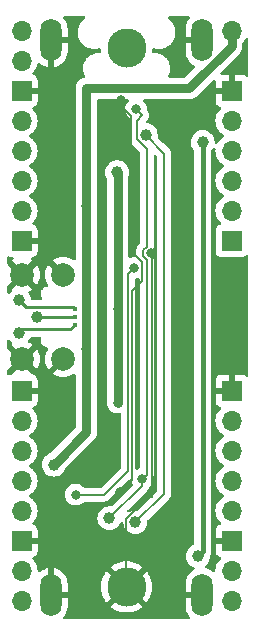
<source format=gbr>
%TF.GenerationSoftware,KiCad,Pcbnew,(7.0.0)*%
%TF.CreationDate,2023-03-17T13:32:38-05:00*%
%TF.ProjectId,adbuino,61646275-696e-46f2-9e6b-696361645f70,rev?*%
%TF.SameCoordinates,Original*%
%TF.FileFunction,Copper,L1,Top*%
%TF.FilePolarity,Positive*%
%FSLAX46Y46*%
G04 Gerber Fmt 4.6, Leading zero omitted, Abs format (unit mm)*
G04 Created by KiCad (PCBNEW (7.0.0)) date 2023-03-17 13:32:38*
%MOMM*%
%LPD*%
G01*
G04 APERTURE LIST*
%TA.AperFunction,SMDPad,CuDef*%
%ADD10C,1.000000*%
%TD*%
%TA.AperFunction,ComponentPad*%
%ADD11C,2.000000*%
%TD*%
%TA.AperFunction,ComponentPad*%
%ADD12O,1.700000X1.700000*%
%TD*%
%TA.AperFunction,ComponentPad*%
%ADD13R,1.700000X1.700000*%
%TD*%
%TA.AperFunction,ComponentPad*%
%ADD14C,3.316000*%
%TD*%
%TA.AperFunction,ComponentPad*%
%ADD15O,1.800000X3.600000*%
%TD*%
%TA.AperFunction,ViaPad*%
%ADD16C,0.800000*%
%TD*%
%TA.AperFunction,ViaPad*%
%ADD17C,1.000000*%
%TD*%
%TA.AperFunction,ViaPad*%
%ADD18C,0.400000*%
%TD*%
%TA.AperFunction,Conductor*%
%ADD19C,0.250000*%
%TD*%
%TA.AperFunction,Conductor*%
%ADD20C,0.800000*%
%TD*%
%TA.AperFunction,Conductor*%
%ADD21C,0.400000*%
%TD*%
%TA.AperFunction,Conductor*%
%ADD22C,0.150000*%
%TD*%
G04 APERTURE END LIST*
D10*
%TO.P,TP3,1,1*%
%TO.N,Net-(J2-Pad4)*%
X14600000Y78300000D03*
%TD*%
%TO.P,TP2,1,1*%
%TO.N,Net-(J2-Pad3)*%
X16100000Y76900000D03*
%TD*%
%TO.P,TP1,1,1*%
%TO.N,Net-(J2-Pad2)*%
X14600000Y75550000D03*
%TD*%
D11*
%TO.P,J2,MH1,MH1*%
%TO.N,GND*%
X14870000Y73325000D03*
%TO.P,J2,MH2,MH2*%
X14870000Y80475000D03*
%TO.P,J2,MH3,MH3*%
X18320000Y80475000D03*
%TO.P,J2,MH4,MH4*%
X18320000Y73325000D03*
%TD*%
D12*
%TO.P,U2,1,GPIO0*%
%TO.N,unconnected-(U2-GPIO0-Pad1)*%
X14809999Y101129999D03*
%TO.P,U2,2,GPIO1*%
%TO.N,unconnected-(U2-GPIO1-Pad2)*%
X14809999Y98589999D03*
D13*
%TO.P,U2,3,GND*%
%TO.N,GND*%
X14809999Y96049999D03*
D12*
%TO.P,U2,4,GPIO2*%
%TO.N,unconnected-(U2-GPIO2-Pad4)*%
X14809999Y93509999D03*
%TO.P,U2,5,GPIO3*%
%TO.N,unconnected-(U2-GPIO3-Pad5)*%
X14809999Y90969999D03*
%TO.P,U2,6,GPIO4*%
%TO.N,unconnected-(U2-GPIO4-Pad6)*%
X14809999Y88429999D03*
%TO.P,U2,7,GPIO5*%
%TO.N,unconnected-(U2-GPIO5-Pad7)*%
X14809999Y85889999D03*
D13*
%TO.P,U2,8,GND*%
%TO.N,GND*%
X14809999Y83349999D03*
%TO.P,U2,13,GND*%
X14809999Y70649999D03*
D12*
%TO.P,U2,14,GPIO10*%
%TO.N,unconnected-(U2-GPIO10-Pad14)*%
X14809999Y68109999D03*
%TO.P,U2,15,GPIO11*%
%TO.N,unconnected-(U2-GPIO11-Pad15)*%
X14809999Y65569999D03*
%TO.P,U2,16,GPIO12*%
%TO.N,DEBUG_LED*%
X14809999Y63029999D03*
%TO.P,U2,17,GPIO13*%
%TO.N,unconnected-(U2-GPIO13-Pad17)*%
X14809999Y60489999D03*
D13*
%TO.P,U2,18,GND*%
%TO.N,GND*%
X14809999Y57949999D03*
D12*
%TO.P,U2,19,GPIO14*%
%TO.N,unconnected-(U2-GPIO14-Pad19)*%
X14809999Y55409999D03*
%TO.P,U2,20,GPIO15*%
%TO.N,unconnected-(U2-GPIO15-Pad20)*%
X14809999Y52869999D03*
%TO.P,U2,21,GPIO16*%
%TO.N,unconnected-(U2-GPIO16-Pad21)*%
X32589999Y52869999D03*
%TO.P,U2,22,GPIO17*%
%TO.N,unconnected-(U2-GPIO17-Pad22)*%
X32589999Y55409999D03*
D13*
%TO.P,U2,23,GND*%
%TO.N,GND*%
X32589999Y57949999D03*
D12*
%TO.P,U2,24,GPIO18*%
%TO.N,ADB_PWR_ON_LV*%
X32589999Y60489999D03*
%TO.P,U2,25,GPIO19*%
%TO.N,ADB_DATA_LV*%
X32589999Y63029999D03*
%TO.P,U2,26,GPIO20*%
%TO.N,unconnected-(U2-GPIO20-Pad26)*%
X32589999Y65569999D03*
%TO.P,U2,27,GPIO21*%
%TO.N,unconnected-(U2-GPIO21-Pad27)*%
X32589999Y68109999D03*
D13*
%TO.P,U2,28,GND*%
%TO.N,GND*%
X32589999Y70649999D03*
%TO.P,U2,33,AGND*%
%TO.N,unconnected-(U2-AGND-Pad33)*%
X32589999Y83349999D03*
D12*
%TO.P,U2,34,GPIO28_ADC2*%
%TO.N,unconnected-(U2-GPIO28_ADC2-Pad34)*%
X32589999Y85889999D03*
%TO.P,U2,35,ADC_VREF*%
%TO.N,unconnected-(U2-ADC_VREF-Pad35)*%
X32589999Y88429999D03*
%TO.P,U2,36,3V3*%
%TO.N,+3V3*%
X32589999Y90969999D03*
%TO.P,U2,37,3V3_EN*%
%TO.N,unconnected-(U2-3V3_EN-Pad37)*%
X32589999Y93509999D03*
D13*
%TO.P,U2,38,GND*%
%TO.N,GND*%
X32589999Y96049999D03*
D12*
%TO.P,U2,40,VBUS*%
%TO.N,VBUS*%
X32589999Y101129999D03*
%TD*%
D14*
%TO.P,J5,S1,SHIELD*%
%TO.N,GND*%
X23700000Y99650000D03*
D15*
%TO.P,J5,S2,SHIELD*%
X30099999Y100349999D03*
%TO.P,J5,S3,SHIELD*%
X17299999Y100349999D03*
%TD*%
D14*
%TO.P,J4,S1,SHIELD*%
%TO.N,GND*%
X23700000Y54050000D03*
D15*
%TO.P,J4,S2,SHIELD*%
X17299999Y53349999D03*
%TO.P,J4,S3,SHIELD*%
X30099999Y53349999D03*
%TD*%
D16*
%TO.N,VBUS*%
X20300000Y86300000D03*
D17*
%TO.N,ADB_1_5v*%
X30150000Y91700000D03*
X29750000Y56650000D03*
D16*
%TO.N,ADB_1_DATA*%
X25025000Y63175000D03*
X24500000Y94500000D03*
D17*
X22250000Y59850000D03*
%TO.N,ADB_1_PWR_ON*%
X25324500Y92300000D03*
X24450000Y59500000D03*
D16*
%TO.N,GND*%
X23150000Y62050000D03*
X23250000Y95250500D03*
X25800000Y82300000D03*
D17*
X23000720Y57788267D03*
D16*
%TO.N,+3V3*%
X22950000Y77600000D03*
D17*
X22900000Y89150000D03*
D16*
X22950000Y69650000D03*
%TO.N,VBUS*%
X20300000Y74200000D03*
D17*
X17550000Y64400000D03*
D16*
%TO.N,DEBUG_LED*%
X24350000Y81050000D03*
X19400000Y61850000D03*
D18*
%TO.N,Net-(J2-Pad4)*%
X19300000Y77550000D03*
%TO.N,Net-(J2-Pad3)*%
X19300000Y76900000D03*
%TO.N,Net-(J2-Pad2)*%
X19300000Y76250000D03*
%TD*%
D19*
%TO.N,Net-(J2-Pad2)*%
X14900000Y75850000D02*
X14600000Y75550000D01*
X18900000Y75850000D02*
X14900000Y75850000D01*
X19300000Y76250000D02*
X18900000Y75850000D01*
%TO.N,Net-(J2-Pad3)*%
X19300000Y76900000D02*
X16100000Y76900000D01*
%TO.N,Net-(J2-Pad4)*%
X19125000Y77725000D02*
X15175000Y77725000D01*
X15175000Y77725000D02*
X14600000Y78300000D01*
X19300000Y77550000D02*
X19125000Y77725000D01*
D20*
%TO.N,VBUS*%
X20300000Y86300000D02*
X20300000Y96250000D01*
X20300000Y74200000D02*
X20300000Y86300000D01*
D21*
%TO.N,ADB_1_5v*%
X30150000Y57050000D02*
X29750000Y56650000D01*
X30150000Y91700000D02*
X30150000Y57050000D01*
D22*
%TO.N,ADB_1_DATA*%
X24549500Y93499500D02*
X25025000Y93975000D01*
X25400000Y82854595D02*
X25400000Y91128484D01*
X25025000Y63175000D02*
X25400000Y63550000D01*
X25400000Y91128484D02*
X24549500Y91978984D01*
X25125000Y82579595D02*
X25400000Y82854595D01*
X25400000Y63550000D02*
X25400000Y81745405D01*
X25025000Y62625000D02*
X22250000Y59850000D01*
X25125000Y82020405D02*
X25125000Y82579595D01*
X25400000Y81745405D02*
X25125000Y82020405D01*
X25025000Y63175000D02*
X25025000Y62625000D01*
X25025000Y93975000D02*
X24500000Y94500000D01*
X24549500Y91978984D02*
X24549500Y93499500D01*
%TO.N,ADB_1_PWR_ON*%
X24450000Y59500000D02*
X26900000Y61950000D01*
X26900000Y61950000D02*
X26900000Y90724500D01*
X26900000Y90724500D02*
X25324500Y92300000D01*
%TO.N,GND*%
X23700000Y54050000D02*
X23675000Y54075000D01*
X22950000Y95150000D02*
X23050500Y95250500D01*
X23675000Y54075000D02*
X23675000Y59821016D01*
X25503984Y61650000D02*
X25850000Y61650000D01*
X24175000Y79125000D02*
X24400000Y79350000D01*
X24150000Y82400000D02*
X24050000Y82400000D01*
X25850000Y82250000D02*
X25800000Y82300000D01*
X23675000Y59821016D02*
X25503984Y61650000D01*
X23150000Y62050000D02*
X24175000Y63075000D01*
X25025000Y81525000D02*
X24150000Y82400000D01*
X25850000Y61650000D02*
X25850000Y82250000D01*
X22950000Y95050000D02*
X22950000Y95150000D01*
X25025000Y79975000D02*
X25025000Y81525000D01*
X24050000Y93950000D02*
X22950000Y95050000D01*
X24400000Y79350000D02*
X25025000Y79975000D01*
X24175000Y63075000D02*
X24175000Y79125000D01*
X23050500Y95250500D02*
X23250000Y95250500D01*
X24050000Y82400000D02*
X24050000Y93950000D01*
D20*
%TO.N,+3V3*%
X22950000Y82532081D02*
X22950000Y77600000D01*
X22950000Y77600000D02*
X22950000Y69650000D01*
X22950000Y89100000D02*
X22900000Y89150000D01*
X22950000Y82532081D02*
X22950000Y89100000D01*
%TO.N,VBUS*%
X29021320Y96250000D02*
X32590000Y99818680D01*
X20300000Y96250000D02*
X29021320Y96250000D01*
X17550000Y64400000D02*
X20300000Y67150000D01*
X32590000Y99818680D02*
X32590000Y101130000D01*
X20300000Y67150000D02*
X20300000Y74200000D01*
D22*
%TO.N,DEBUG_LED*%
X23825000Y63875000D02*
X23825000Y80525000D01*
X19400000Y61850000D02*
X21800000Y61850000D01*
X21800000Y61850000D02*
X23825000Y63875000D01*
X23825000Y80525000D02*
X24350000Y81050000D01*
%TD*%
%TA.AperFunction,Conductor*%
%TO.N,GND*%
G36*
X33960294Y100529781D02*
G01*
X34007271Y100483575D01*
X34024500Y100419975D01*
X34024500Y97343685D01*
X34010767Y97286482D01*
X33972561Y97241749D01*
X33918211Y97219236D01*
X33859564Y97223852D01*
X33809405Y97254590D01*
X33795692Y97268303D01*
X33693175Y97345046D01*
X33677519Y97353595D01*
X33556478Y97398741D01*
X33541257Y97402338D01*
X33491938Y97407641D01*
X33485223Y97408000D01*
X32860590Y97408000D01*
X32847506Y97404494D01*
X32844000Y97391410D01*
X32844000Y95922000D01*
X32827119Y95859000D01*
X32781000Y95812881D01*
X32718000Y95796000D01*
X31248590Y95796000D01*
X31235506Y95792494D01*
X31232000Y95779410D01*
X31232000Y95154777D01*
X31232359Y95148062D01*
X31237662Y95098743D01*
X31241259Y95083522D01*
X31286405Y94962481D01*
X31294954Y94946825D01*
X31371697Y94844308D01*
X31384307Y94831698D01*
X31486824Y94754955D01*
X31502480Y94746406D01*
X31609171Y94706612D01*
X31659505Y94672048D01*
X31687680Y94617878D01*
X31687077Y94556822D01*
X31657840Y94503219D01*
X31517811Y94351108D01*
X31517800Y94351094D01*
X31514278Y94347268D01*
X31511430Y94342910D01*
X31511427Y94342905D01*
X31467598Y94275819D01*
X31391140Y94158791D01*
X31389048Y94154022D01*
X31389046Y94154018D01*
X31302799Y93957394D01*
X31302796Y93957386D01*
X31300704Y93952616D01*
X31299423Y93947560D01*
X31299422Y93947555D01*
X31249550Y93750613D01*
X31245436Y93734368D01*
X31245006Y93729180D01*
X31245005Y93729173D01*
X31227909Y93522853D01*
X31226844Y93510000D01*
X31227274Y93504811D01*
X31244699Y93294515D01*
X31245436Y93285632D01*
X31300704Y93067384D01*
X31302797Y93062611D01*
X31302799Y93062607D01*
X31370756Y92907680D01*
X31391140Y92861209D01*
X31514278Y92672732D01*
X31547871Y92636241D01*
X31663227Y92510931D01*
X31663231Y92510927D01*
X31666760Y92507094D01*
X31844424Y92368811D01*
X31877680Y92350814D01*
X31925950Y92304501D01*
X31943710Y92240004D01*
X31925953Y92175506D01*
X31877683Y92129189D01*
X31849005Y92113669D01*
X31848997Y92113664D01*
X31844424Y92111189D01*
X31840313Y92107990D01*
X31840311Y92107988D01*
X31670878Y91976112D01*
X31670872Y91976107D01*
X31666760Y91972906D01*
X31663237Y91969081D01*
X31663227Y91969070D01*
X31517806Y91811101D01*
X31517802Y91811098D01*
X31514278Y91807268D01*
X31511430Y91802910D01*
X31511427Y91802905D01*
X31394256Y91623560D01*
X31346902Y91580685D01*
X31284607Y91566544D01*
X31223383Y91584771D01*
X31178966Y91630682D01*
X31162773Y91692475D01*
X31162773Y91693837D01*
X31163380Y91700000D01*
X31143908Y91897701D01*
X31086241Y92087804D01*
X30992595Y92263004D01*
X30866568Y92416568D01*
X30767707Y92497701D01*
X30717788Y92538669D01*
X30717787Y92538670D01*
X30713004Y92542595D01*
X30642219Y92580430D01*
X30543265Y92633322D01*
X30537804Y92636241D01*
X30501677Y92647200D01*
X30353623Y92692112D01*
X30353619Y92692113D01*
X30347701Y92693908D01*
X30341547Y92694515D01*
X30341538Y92694516D01*
X30156163Y92712773D01*
X30150000Y92713380D01*
X30143837Y92712773D01*
X29958461Y92694516D01*
X29958450Y92694514D01*
X29952299Y92693908D01*
X29946382Y92692114D01*
X29946376Y92692112D01*
X29768119Y92638038D01*
X29768116Y92638037D01*
X29762196Y92636241D01*
X29756738Y92633324D01*
X29756734Y92633322D01*
X29592454Y92545513D01*
X29592449Y92545510D01*
X29586996Y92542595D01*
X29582217Y92538674D01*
X29582211Y92538669D01*
X29438211Y92420491D01*
X29438205Y92420486D01*
X29433432Y92416568D01*
X29429514Y92411795D01*
X29429509Y92411789D01*
X29311331Y92267789D01*
X29311326Y92267783D01*
X29307405Y92263004D01*
X29304490Y92257551D01*
X29304487Y92257546D01*
X29216678Y92093266D01*
X29213759Y92087804D01*
X29211963Y92081884D01*
X29211962Y92081881D01*
X29157888Y91903624D01*
X29157886Y91903618D01*
X29156092Y91897701D01*
X29155486Y91891550D01*
X29155484Y91891539D01*
X29146755Y91802905D01*
X29136620Y91700000D01*
X29137227Y91693837D01*
X29155484Y91508462D01*
X29155485Y91508453D01*
X29156092Y91502299D01*
X29157887Y91496381D01*
X29157888Y91496377D01*
X29183297Y91412616D01*
X29213759Y91312196D01*
X29307405Y91136996D01*
X29311330Y91132213D01*
X29311335Y91132206D01*
X29412899Y91008450D01*
X29434135Y90970965D01*
X29441500Y90928517D01*
X29441500Y57702623D01*
X29431908Y57654404D01*
X29404593Y57613526D01*
X29365053Y57587108D01*
X29362196Y57586241D01*
X29356740Y57583326D01*
X29356738Y57583324D01*
X29192454Y57495513D01*
X29192449Y57495510D01*
X29186996Y57492595D01*
X29182217Y57488674D01*
X29182211Y57488669D01*
X29038211Y57370491D01*
X29038205Y57370486D01*
X29033432Y57366568D01*
X29029514Y57361795D01*
X29029509Y57361789D01*
X28911331Y57217789D01*
X28911326Y57217783D01*
X28907405Y57213004D01*
X28904490Y57207551D01*
X28904487Y57207546D01*
X28829684Y57067598D01*
X28813759Y57037804D01*
X28811963Y57031884D01*
X28811962Y57031881D01*
X28757888Y56853624D01*
X28757886Y56853618D01*
X28756092Y56847701D01*
X28755486Y56841550D01*
X28755484Y56841539D01*
X28737442Y56658342D01*
X28736620Y56650000D01*
X28737227Y56643837D01*
X28755484Y56458462D01*
X28755485Y56458453D01*
X28756092Y56452299D01*
X28757887Y56446381D01*
X28757888Y56446377D01*
X28809221Y56277155D01*
X28813759Y56262196D01*
X28907405Y56086996D01*
X28911330Y56082213D01*
X28911331Y56082212D01*
X28983690Y55994042D01*
X29033432Y55933432D01*
X29186996Y55807405D01*
X29362196Y55713759D01*
X29382347Y55707647D01*
X29431986Y55678960D01*
X29463776Y55631248D01*
X29471134Y55574390D01*
X29452538Y55520157D01*
X29411837Y55479778D01*
X29264285Y55388927D01*
X29255711Y55382586D01*
X29083826Y55231308D01*
X29076450Y55223612D01*
X28932600Y55045457D01*
X28926631Y55036626D01*
X28814958Y54836722D01*
X28810570Y54827015D01*
X28734287Y54611113D01*
X28731600Y54600794D01*
X28692903Y54375107D01*
X28692000Y54364490D01*
X28692000Y53620590D01*
X28695506Y53607507D01*
X28708590Y53604000D01*
X30228000Y53604000D01*
X30291000Y53587119D01*
X30337119Y53541000D01*
X30354000Y53478000D01*
X30354000Y53222000D01*
X30337119Y53159000D01*
X30291000Y53112881D01*
X30228000Y53096000D01*
X28708590Y53096000D01*
X28695506Y53092494D01*
X28692000Y53079410D01*
X28692000Y52392850D01*
X28692226Y52387530D01*
X28706781Y52216518D01*
X28708583Y52206007D01*
X28766279Y51984424D01*
X28769830Y51974370D01*
X28864150Y51765714D01*
X28869346Y51756413D01*
X28997567Y51566704D01*
X29004273Y51558398D01*
X29023168Y51538683D01*
X29052678Y51488395D01*
X29056388Y51430205D01*
X29033504Y51376576D01*
X28988926Y51338991D01*
X28932201Y51325500D01*
X18465401Y51325500D01*
X18398203Y51344914D01*
X18351714Y51397175D01*
X18340259Y51466177D01*
X18367368Y51530656D01*
X18467399Y51654544D01*
X18473368Y51663375D01*
X18585041Y51863279D01*
X18589429Y51872986D01*
X18665712Y52088888D01*
X18668399Y52099207D01*
X18707096Y52324894D01*
X18708000Y52335510D01*
X18708000Y52349488D01*
X22364133Y52349488D01*
X22372119Y52338036D01*
X22444656Y52279023D01*
X22451665Y52274076D01*
X22697493Y52124584D01*
X22705117Y52120633D01*
X22969020Y52006004D01*
X22977088Y52003137D01*
X23254138Y51925511D01*
X23262556Y51923762D01*
X23547573Y51884587D01*
X23556147Y51884000D01*
X23843853Y51884000D01*
X23852426Y51884587D01*
X24137443Y51923762D01*
X24145861Y51925511D01*
X24422911Y52003137D01*
X24430979Y52006004D01*
X24694882Y52120633D01*
X24702506Y52124584D01*
X24948336Y52274077D01*
X24955345Y52279025D01*
X25027876Y52338033D01*
X25035864Y52349488D01*
X25029089Y52361700D01*
X23711729Y53679061D01*
X23700000Y53685833D01*
X23688270Y53679061D01*
X22370908Y52361699D01*
X22364133Y52349488D01*
X18708000Y52349488D01*
X18708000Y53079410D01*
X18704493Y53092494D01*
X18691410Y53096000D01*
X17172000Y53096000D01*
X17109000Y53112881D01*
X17062881Y53159000D01*
X17046000Y53222000D01*
X17046000Y53620590D01*
X17554000Y53620590D01*
X17557506Y53607507D01*
X17570590Y53604000D01*
X18691410Y53604000D01*
X18704493Y53607507D01*
X18708000Y53620590D01*
X18708000Y54045702D01*
X21529233Y54045702D01*
X21548866Y53758667D01*
X21550034Y53750168D01*
X21608573Y53468466D01*
X21610888Y53460201D01*
X21707239Y53189096D01*
X21710654Y53181233D01*
X21843020Y52925778D01*
X21847489Y52918430D01*
X21989229Y52717629D01*
X21997487Y52710112D01*
X22006907Y52716120D01*
X23329059Y54038271D01*
X23335831Y54050000D01*
X24064167Y54050000D01*
X24070939Y54038271D01*
X25393091Y52716120D01*
X25402511Y52710112D01*
X25410769Y52717629D01*
X25552510Y52918430D01*
X25556979Y52925778D01*
X25689345Y53181233D01*
X25692760Y53189096D01*
X25789111Y53460201D01*
X25791426Y53468466D01*
X25849965Y53750168D01*
X25851133Y53758667D01*
X25870767Y54045702D01*
X25870767Y54054298D01*
X25851133Y54341334D01*
X25849965Y54349833D01*
X25791426Y54631535D01*
X25789111Y54639800D01*
X25692760Y54910905D01*
X25689345Y54918768D01*
X25556979Y55174223D01*
X25552510Y55181571D01*
X25410769Y55382373D01*
X25402511Y55389890D01*
X25393091Y55383882D01*
X24070939Y54061730D01*
X24064167Y54050000D01*
X23335831Y54050000D01*
X23329059Y54061730D01*
X22006907Y55383882D01*
X21997487Y55389890D01*
X21989230Y55382374D01*
X21847485Y55181566D01*
X21843022Y55174226D01*
X21710654Y54918768D01*
X21707239Y54910905D01*
X21610888Y54639800D01*
X21608573Y54631535D01*
X21550034Y54349833D01*
X21548866Y54341334D01*
X21529233Y54054298D01*
X21529233Y54045702D01*
X18708000Y54045702D01*
X18708000Y54307150D01*
X18707773Y54312471D01*
X18693218Y54483483D01*
X18691416Y54493994D01*
X18633720Y54715577D01*
X18630169Y54725631D01*
X18535849Y54934287D01*
X18530653Y54943588D01*
X18402432Y55133297D01*
X18395731Y55141596D01*
X18237296Y55306905D01*
X18229292Y55313950D01*
X18045197Y55450106D01*
X18036114Y55455698D01*
X17831657Y55558784D01*
X17821762Y55562760D01*
X17602820Y55629810D01*
X17592409Y55632054D01*
X17571802Y55634693D01*
X17557924Y55632515D01*
X17554000Y55619021D01*
X17554000Y53620590D01*
X17046000Y53620590D01*
X17046000Y55621487D01*
X17043504Y55632497D01*
X17032216Y55632617D01*
X16891445Y55602279D01*
X16881250Y55599157D01*
X16668791Y55513783D01*
X16659261Y55508978D01*
X16464284Y55388927D01*
X16455711Y55382586D01*
X16381971Y55317686D01*
X16331509Y55290610D01*
X16274275Y55288666D01*
X16222093Y55312254D01*
X16185740Y55356503D01*
X16173254Y55410009D01*
X16173156Y55410000D01*
X16154564Y55634368D01*
X16125152Y55750513D01*
X22364134Y55750513D01*
X22370908Y55738303D01*
X23688270Y54420941D01*
X23699999Y54414169D01*
X23711729Y54420941D01*
X25029089Y55738302D01*
X25035865Y55750514D01*
X25027879Y55761966D01*
X24955343Y55820978D01*
X24948334Y55825925D01*
X24702506Y55975417D01*
X24694882Y55979368D01*
X24430979Y56093997D01*
X24422911Y56096864D01*
X24145861Y56174490D01*
X24137443Y56176239D01*
X23852426Y56215414D01*
X23843853Y56216000D01*
X23556147Y56216000D01*
X23547573Y56215414D01*
X23262556Y56176239D01*
X23254138Y56174490D01*
X22977088Y56096864D01*
X22969020Y56093997D01*
X22705117Y55979368D01*
X22697493Y55975417D01*
X22451665Y55825925D01*
X22444652Y55820975D01*
X22372123Y55761969D01*
X22364134Y55750513D01*
X16125152Y55750513D01*
X16099296Y55852616D01*
X16008860Y56058791D01*
X15885722Y56247268D01*
X15742158Y56403219D01*
X15712922Y56456822D01*
X15712319Y56517878D01*
X15740494Y56572048D01*
X15790828Y56606612D01*
X15897520Y56646406D01*
X15913175Y56654955D01*
X16015692Y56731698D01*
X16028302Y56744308D01*
X16105045Y56846825D01*
X16113594Y56862481D01*
X16158740Y56983522D01*
X16162337Y56998743D01*
X16167640Y57048062D01*
X16168000Y57054777D01*
X16168000Y57679410D01*
X16164493Y57692494D01*
X16151410Y57696000D01*
X14682000Y57696000D01*
X14619000Y57712881D01*
X14572881Y57759000D01*
X14556000Y57822000D01*
X14556000Y58078000D01*
X14572881Y58141000D01*
X14619000Y58187119D01*
X14682000Y58204000D01*
X16151410Y58204000D01*
X16164493Y58207507D01*
X16168000Y58220590D01*
X16168000Y58845223D01*
X16167640Y58851939D01*
X16162337Y58901258D01*
X16158740Y58916479D01*
X16113594Y59037520D01*
X16105045Y59053176D01*
X16028302Y59155693D01*
X16015692Y59168303D01*
X15913175Y59245046D01*
X15897521Y59253594D01*
X15790827Y59293389D01*
X15740493Y59327953D01*
X15712319Y59382123D01*
X15712922Y59443179D01*
X15742159Y59496783D01*
X15885722Y59652732D01*
X16008860Y59841209D01*
X16099296Y60047384D01*
X16154564Y60265632D01*
X16173156Y60490000D01*
X16154564Y60714368D01*
X16099296Y60932616D01*
X16008860Y61138791D01*
X15885722Y61327268D01*
X15781582Y61440393D01*
X15736772Y61489070D01*
X15736767Y61489075D01*
X15733240Y61492906D01*
X15555576Y61631189D01*
X15550997Y61633667D01*
X15550994Y61633669D01*
X15522318Y61649188D01*
X15474047Y61695506D01*
X15456289Y61760004D01*
X15474050Y61824501D01*
X15522321Y61870815D01*
X15555576Y61888811D01*
X15733240Y62027094D01*
X15885722Y62192732D01*
X16008860Y62381209D01*
X16099296Y62587384D01*
X16154564Y62805632D01*
X16173156Y63030000D01*
X16154564Y63254368D01*
X16099296Y63472616D01*
X16008860Y63678791D01*
X15885722Y63867268D01*
X15797221Y63963405D01*
X15736772Y64029070D01*
X15736767Y64029075D01*
X15733240Y64032906D01*
X15555576Y64171189D01*
X15551002Y64173664D01*
X15550995Y64173669D01*
X15522320Y64189186D01*
X15474048Y64235502D01*
X15456289Y64300000D01*
X15474048Y64364498D01*
X15522320Y64410814D01*
X15550990Y64426329D01*
X15555576Y64428811D01*
X15733240Y64567094D01*
X15885722Y64732732D01*
X16008860Y64921209D01*
X16099296Y65127384D01*
X16154564Y65345632D01*
X16173156Y65570000D01*
X16154564Y65794368D01*
X16099296Y66012616D01*
X16008860Y66218791D01*
X15885722Y66407268D01*
X15777885Y66524409D01*
X15736772Y66569070D01*
X15736767Y66569075D01*
X15733240Y66572906D01*
X15555576Y66711189D01*
X15551002Y66713664D01*
X15550995Y66713669D01*
X15522320Y66729186D01*
X15474048Y66775502D01*
X15456289Y66840000D01*
X15474048Y66904498D01*
X15522320Y66950814D01*
X15539428Y66960072D01*
X15555576Y66968811D01*
X15733240Y67107094D01*
X15885722Y67272732D01*
X16008860Y67461209D01*
X16099296Y67667384D01*
X16154564Y67885632D01*
X16173156Y68110000D01*
X16154564Y68334368D01*
X16099296Y68552616D01*
X16008860Y68758791D01*
X15885722Y68947268D01*
X15742158Y69103219D01*
X15712922Y69156822D01*
X15712319Y69217878D01*
X15740494Y69272048D01*
X15790828Y69306612D01*
X15897520Y69346406D01*
X15913175Y69354955D01*
X16015692Y69431698D01*
X16028302Y69444308D01*
X16105045Y69546825D01*
X16113594Y69562481D01*
X16158740Y69683522D01*
X16162337Y69698743D01*
X16167640Y69748062D01*
X16168000Y69754777D01*
X16168000Y70379410D01*
X16164493Y70392494D01*
X16151410Y70396000D01*
X14682000Y70396000D01*
X14619000Y70412881D01*
X14572881Y70459000D01*
X14556000Y70522000D01*
X14556000Y70778000D01*
X14572881Y70841000D01*
X14619000Y70887119D01*
X14682000Y70904000D01*
X16151410Y70904000D01*
X16164493Y70907507D01*
X16168000Y70920590D01*
X16168000Y71545223D01*
X16167640Y71551939D01*
X16162337Y71601258D01*
X16158740Y71616479D01*
X16113594Y71737520D01*
X16105045Y71753176D01*
X16028302Y71855693D01*
X16015692Y71868303D01*
X15913175Y71945046D01*
X15897519Y71953595D01*
X15822544Y71981559D01*
X15767105Y72022274D01*
X15741310Y72086038D01*
X15740791Y72090822D01*
X15733787Y72102003D01*
X14881729Y72954061D01*
X14869999Y72960833D01*
X14858271Y72954062D01*
X14006209Y72102001D01*
X13984971Y72068096D01*
X13983574Y72064070D01*
X13943638Y72024181D01*
X13890295Y72005730D01*
X13858742Y72002338D01*
X13843521Y71998741D01*
X13745532Y71962193D01*
X13685797Y71955231D01*
X13629639Y71976750D01*
X13589852Y72021847D01*
X13575500Y72080249D01*
X13575500Y72346671D01*
X13591265Y72407698D01*
X13634615Y72453453D01*
X13646998Y72461210D01*
X14499059Y73313270D01*
X14505832Y73325001D01*
X15234167Y73325001D01*
X15240939Y73313271D01*
X16092997Y72461213D01*
X16102619Y72455186D01*
X16110568Y72463292D01*
X16215205Y72634043D01*
X16219686Y72642838D01*
X16306733Y72852988D01*
X16309783Y72862374D01*
X16362884Y73083555D01*
X16364428Y73093301D01*
X16382275Y73320070D01*
X16382275Y73329930D01*
X16364428Y73556700D01*
X16362884Y73566446D01*
X16309783Y73787627D01*
X16306733Y73797013D01*
X16219687Y74007161D01*
X16215206Y74015956D01*
X16110565Y74186714D01*
X16102619Y74194817D01*
X16093000Y74188792D01*
X15240938Y73336729D01*
X15234167Y73325001D01*
X14505832Y73325001D01*
X14499060Y73336730D01*
X13646999Y74188791D01*
X13634612Y74196550D01*
X13591264Y74242305D01*
X13575500Y74303330D01*
X13575500Y74856502D01*
X13590378Y74915898D01*
X13631498Y74961267D01*
X13689150Y74981895D01*
X13749718Y74972911D01*
X13798899Y74936435D01*
X13879505Y74838216D01*
X13879509Y74838212D01*
X13883432Y74833432D01*
X13888211Y74829510D01*
X13888215Y74829506D01*
X13991582Y74744675D01*
X14031093Y74687389D01*
X14034169Y74617866D01*
X14000109Y74557739D01*
X14006209Y74548001D01*
X14858270Y73695940D01*
X14869999Y73689168D01*
X14881730Y73695941D01*
X15733791Y74548003D01*
X15739816Y74557621D01*
X15731712Y74565567D01*
X15560955Y74670207D01*
X15552164Y74674686D01*
X15436068Y74722775D01*
X15388878Y74756885D01*
X15362063Y74808569D01*
X15361349Y74866792D01*
X15386886Y74919116D01*
X15442595Y74986996D01*
X15529667Y75149896D01*
X15576012Y75198574D01*
X15640789Y75216500D01*
X16320773Y75216500D01*
X16376501Y75203506D01*
X16420736Y75167204D01*
X16444352Y75115081D01*
X16442480Y75057889D01*
X16442474Y75057869D01*
X16439313Y75050236D01*
X16438235Y75042052D01*
X16438234Y75042046D01*
X16429133Y74972911D01*
X16419534Y74900000D01*
X16420612Y74891812D01*
X16438234Y74757953D01*
X16438235Y74757947D01*
X16439313Y74749764D01*
X16442472Y74742136D01*
X16442473Y74742135D01*
X16494141Y74617397D01*
X16494142Y74617394D01*
X16497302Y74609767D01*
X16502329Y74603216D01*
X16502330Y74603214D01*
X16584522Y74496100D01*
X16589549Y74489549D01*
X16709767Y74397302D01*
X16849764Y74339313D01*
X16956458Y74325267D01*
X17014072Y74302281D01*
X17053737Y74254590D01*
X17065838Y74193751D01*
X17047444Y74134511D01*
X16974793Y74015955D01*
X16970313Y74007163D01*
X16883266Y73797013D01*
X16880216Y73787627D01*
X16827115Y73566446D01*
X16825571Y73556700D01*
X16807725Y73329930D01*
X16807725Y73320070D01*
X16825571Y73093301D01*
X16827115Y73083555D01*
X16880216Y72862374D01*
X16883266Y72852988D01*
X16970312Y72642840D01*
X16974793Y72634045D01*
X17079433Y72463288D01*
X17087379Y72455185D01*
X17096999Y72461211D01*
X18230904Y73595116D01*
X18287388Y73627728D01*
X18352610Y73627728D01*
X18409094Y73595116D01*
X18590114Y73414096D01*
X18622726Y73357612D01*
X18622726Y73292390D01*
X18590114Y73235906D01*
X17456209Y72102001D01*
X17450183Y72092381D01*
X17458286Y72084435D01*
X17629044Y71979794D01*
X17637839Y71975313D01*
X17847987Y71888267D01*
X17857373Y71885217D01*
X18078554Y71832116D01*
X18088300Y71830572D01*
X18315070Y71812725D01*
X18324930Y71812725D01*
X18551699Y71830572D01*
X18561445Y71832116D01*
X18782626Y71885217D01*
X18792012Y71888267D01*
X19002162Y71975314D01*
X19010948Y71979790D01*
X19199665Y72095436D01*
X19263026Y72113979D01*
X19327066Y72097938D01*
X19374205Y72051716D01*
X19391500Y71988003D01*
X19391500Y67578503D01*
X19381909Y67530285D01*
X19354595Y67489408D01*
X17240827Y65375642D01*
X17188311Y65344163D01*
X17168116Y65338037D01*
X17168114Y65338037D01*
X17162196Y65336241D01*
X17156742Y65333327D01*
X17156735Y65333323D01*
X16992454Y65245513D01*
X16992449Y65245510D01*
X16986996Y65242595D01*
X16982217Y65238674D01*
X16982211Y65238669D01*
X16838211Y65120491D01*
X16838205Y65120486D01*
X16833432Y65116568D01*
X16829514Y65111795D01*
X16829509Y65111789D01*
X16711331Y64967789D01*
X16711326Y64967783D01*
X16707405Y64963004D01*
X16704490Y64957551D01*
X16704487Y64957546D01*
X16652335Y64859975D01*
X16613759Y64787804D01*
X16611963Y64781884D01*
X16611962Y64781881D01*
X16557888Y64603624D01*
X16557886Y64603618D01*
X16556092Y64597701D01*
X16555486Y64591550D01*
X16555484Y64591539D01*
X16539773Y64432013D01*
X16536620Y64400000D01*
X16537227Y64393837D01*
X16555484Y64208462D01*
X16555485Y64208453D01*
X16556092Y64202299D01*
X16557887Y64196381D01*
X16557888Y64196377D01*
X16593255Y64079789D01*
X16613759Y64012196D01*
X16616676Y64006739D01*
X16616678Y64006735D01*
X16689175Y63871101D01*
X16707405Y63836996D01*
X16833432Y63683432D01*
X16986996Y63557405D01*
X17162196Y63463759D01*
X17352299Y63406092D01*
X17358460Y63405486D01*
X17358461Y63405485D01*
X17543837Y63387227D01*
X17550000Y63386620D01*
X17747701Y63406092D01*
X17937804Y63463759D01*
X18113004Y63557405D01*
X18266568Y63683432D01*
X18392595Y63836996D01*
X18486241Y64012196D01*
X18494161Y64038308D01*
X18525639Y64090828D01*
X20884839Y66450028D01*
X20899867Y66462863D01*
X20911253Y66471134D01*
X20957026Y66521972D01*
X20961531Y66526720D01*
X20976072Y66541259D01*
X20989008Y66557235D01*
X20993266Y66562221D01*
X21039040Y66613056D01*
X21046075Y66625243D01*
X21057271Y66641533D01*
X21066129Y66652470D01*
X21097197Y66713449D01*
X21100320Y66719199D01*
X21134527Y66778444D01*
X21138876Y66791833D01*
X21146442Y66810097D01*
X21152829Y66822630D01*
X21170529Y66888692D01*
X21172404Y66895018D01*
X21191500Y66953787D01*
X21191500Y66953789D01*
X21193542Y66960072D01*
X21195011Y66974061D01*
X21198617Y66993512D01*
X21200547Y67000715D01*
X21200546Y67000715D01*
X21202257Y67007096D01*
X21205836Y67075403D01*
X21206353Y67081965D01*
X21208156Y67099115D01*
X21208156Y67099120D01*
X21208500Y67102390D01*
X21208500Y67122925D01*
X21208673Y67129519D01*
X21211341Y67180430D01*
X21212252Y67197809D01*
X21210050Y67211707D01*
X21208500Y67231416D01*
X21208500Y74145784D01*
X21209190Y74158955D01*
X21212814Y74193435D01*
X21213504Y74200000D01*
X21209189Y74241046D01*
X21208500Y74254216D01*
X21208500Y86245784D01*
X21209190Y86258955D01*
X21212814Y86293435D01*
X21213504Y86300000D01*
X21209189Y86341046D01*
X21208500Y86354216D01*
X21208500Y95215500D01*
X21225381Y95278500D01*
X21271500Y95324619D01*
X21334500Y95341500D01*
X23752183Y95341500D01*
X23808207Y95328360D01*
X23852546Y95291680D01*
X23875951Y95239110D01*
X23873542Y95181616D01*
X23845819Y95131190D01*
X23765379Y95041853D01*
X23765374Y95041847D01*
X23760960Y95036944D01*
X23757661Y95031231D01*
X23757658Y95031226D01*
X23670789Y94880764D01*
X23665473Y94871556D01*
X23663434Y94865282D01*
X23663430Y94865272D01*
X23608497Y94696206D01*
X23608495Y94696199D01*
X23606458Y94689928D01*
X23586496Y94500000D01*
X23606458Y94310072D01*
X23608495Y94303800D01*
X23608497Y94303795D01*
X23663430Y94134729D01*
X23663433Y94134722D01*
X23665473Y94128444D01*
X23760960Y93963056D01*
X23888747Y93821134D01*
X23934833Y93787651D01*
X23968773Y93750613D01*
X23985544Y93703255D01*
X23982639Y93655737D01*
X23981019Y93651824D01*
X23979942Y93643644D01*
X23979940Y93643636D01*
X23962867Y93513944D01*
X23960965Y93499500D01*
X23962043Y93491312D01*
X23964922Y93469444D01*
X23966000Y93452997D01*
X23966000Y92025487D01*
X23964921Y92009040D01*
X23960965Y91978984D01*
X23966000Y91940740D01*
X23981019Y91826660D01*
X23984178Y91819032D01*
X23984179Y91819031D01*
X24036653Y91692347D01*
X24036654Y91692344D01*
X24039814Y91684717D01*
X24044837Y91678170D01*
X24044840Y91678166D01*
X24092216Y91616425D01*
X24133343Y91562827D01*
X24139888Y91557805D01*
X24157398Y91544369D01*
X24169790Y91533501D01*
X24779596Y90923694D01*
X24806909Y90882817D01*
X24816500Y90834599D01*
X24816500Y83148480D01*
X24806908Y83100260D01*
X24779593Y83059382D01*
X24745281Y83025072D01*
X24732898Y83014212D01*
X24715390Y83000777D01*
X24715385Y83000773D01*
X24708843Y82995752D01*
X24703823Y82989211D01*
X24703820Y82989207D01*
X24638161Y82903637D01*
X24620340Y82880414D01*
X24620335Y82880407D01*
X24615314Y82873862D01*
X24612156Y82866239D01*
X24612153Y82866233D01*
X24559679Y82739549D01*
X24556519Y82731919D01*
X24555442Y82723739D01*
X24555440Y82723731D01*
X24551611Y82694642D01*
X24536465Y82579595D01*
X24537543Y82571407D01*
X24540422Y82549539D01*
X24541500Y82533092D01*
X24541500Y82084500D01*
X24524619Y82021500D01*
X24478500Y81975381D01*
X24415500Y81958500D01*
X24254513Y81958500D01*
X24248060Y81957129D01*
X24248056Y81957128D01*
X24074168Y81920167D01*
X24074161Y81920165D01*
X24067712Y81918794D01*
X24035748Y81904563D01*
X23974615Y81894058D01*
X23915876Y81913997D01*
X23873769Y81959548D01*
X23858500Y82019670D01*
X23858500Y88816882D01*
X23863925Y88853458D01*
X23868201Y88867555D01*
X23893908Y88952299D01*
X23913380Y89150000D01*
X23893908Y89347701D01*
X23836241Y89537804D01*
X23742595Y89713004D01*
X23616568Y89866568D01*
X23463004Y89992595D01*
X23287804Y90086241D01*
X23239872Y90100781D01*
X23103623Y90142112D01*
X23103619Y90142113D01*
X23097701Y90143908D01*
X23091547Y90144515D01*
X23091538Y90144516D01*
X22906163Y90162773D01*
X22900000Y90163380D01*
X22893837Y90162773D01*
X22708461Y90144516D01*
X22708450Y90144514D01*
X22702299Y90143908D01*
X22696382Y90142114D01*
X22696376Y90142112D01*
X22518119Y90088038D01*
X22518116Y90088037D01*
X22512196Y90086241D01*
X22506738Y90083324D01*
X22506734Y90083322D01*
X22342454Y89995513D01*
X22342449Y89995510D01*
X22336996Y89992595D01*
X22332217Y89988674D01*
X22332211Y89988669D01*
X22188211Y89870491D01*
X22188205Y89870486D01*
X22183432Y89866568D01*
X22179514Y89861795D01*
X22179509Y89861789D01*
X22061331Y89717789D01*
X22061326Y89717783D01*
X22057405Y89713004D01*
X22054490Y89707551D01*
X22054487Y89707546D01*
X21966678Y89543266D01*
X21963759Y89537804D01*
X21961963Y89531884D01*
X21961962Y89531881D01*
X21907888Y89353624D01*
X21907886Y89353618D01*
X21906092Y89347701D01*
X21905486Y89341550D01*
X21905484Y89341539D01*
X21897740Y89262905D01*
X21886620Y89150000D01*
X21887227Y89143837D01*
X21905484Y88958462D01*
X21905485Y88958453D01*
X21906092Y88952299D01*
X21907887Y88946381D01*
X21907888Y88946377D01*
X21931799Y88867555D01*
X21963759Y88762196D01*
X21966678Y88756735D01*
X22026622Y88644587D01*
X22041500Y88585191D01*
X22041500Y77654216D01*
X22040810Y77641046D01*
X22036496Y77600000D01*
X22037186Y77593435D01*
X22040810Y77558955D01*
X22041500Y77545784D01*
X22041500Y69704216D01*
X22040810Y69691046D01*
X22036496Y69650000D01*
X22037186Y69643435D01*
X22045694Y69562481D01*
X22056458Y69460072D01*
X22058495Y69453800D01*
X22058497Y69453795D01*
X22113430Y69284729D01*
X22113433Y69284722D01*
X22115473Y69278444D01*
X22210960Y69113056D01*
X22338747Y68971134D01*
X22344089Y68967253D01*
X22344091Y68967251D01*
X22377601Y68942905D01*
X22493248Y68858882D01*
X22667712Y68781206D01*
X22854513Y68741500D01*
X23038884Y68741500D01*
X23045487Y68741500D01*
X23056511Y68743844D01*
X23089304Y68750813D01*
X23144915Y68750084D01*
X23194795Y68725486D01*
X23229226Y68681810D01*
X23241500Y68627566D01*
X23241500Y64168884D01*
X23231909Y64120666D01*
X23204595Y64079789D01*
X21595212Y62470405D01*
X21554335Y62443091D01*
X21506117Y62433500D01*
X20153219Y62433500D01*
X20101970Y62444393D01*
X20059583Y62475190D01*
X20015674Y62523956D01*
X20015673Y62523957D01*
X20011253Y62528866D01*
X20005911Y62532747D01*
X20005908Y62532750D01*
X19867720Y62633149D01*
X19856752Y62641118D01*
X19682288Y62718794D01*
X19675835Y62720166D01*
X19675831Y62720167D01*
X19501943Y62757128D01*
X19501940Y62757129D01*
X19495487Y62758500D01*
X19304513Y62758500D01*
X19298060Y62757129D01*
X19298056Y62757128D01*
X19124168Y62720167D01*
X19124161Y62720165D01*
X19117712Y62718794D01*
X19111682Y62716110D01*
X19111681Y62716109D01*
X18949278Y62643803D01*
X18949275Y62643802D01*
X18943248Y62641118D01*
X18937907Y62637238D01*
X18937906Y62637237D01*
X18794091Y62532750D01*
X18794083Y62532744D01*
X18788747Y62528866D01*
X18784330Y62523961D01*
X18784325Y62523956D01*
X18665379Y62391852D01*
X18660960Y62386944D01*
X18657661Y62381231D01*
X18657658Y62381226D01*
X18575798Y62239440D01*
X18565473Y62221556D01*
X18563434Y62215282D01*
X18563430Y62215272D01*
X18508497Y62046206D01*
X18508495Y62046199D01*
X18506458Y62039928D01*
X18486496Y61850000D01*
X18506458Y61660072D01*
X18508495Y61653800D01*
X18508497Y61653795D01*
X18563430Y61484729D01*
X18563433Y61484722D01*
X18565473Y61478444D01*
X18594125Y61428817D01*
X18647047Y61337153D01*
X18660960Y61313056D01*
X18788747Y61171134D01*
X18943248Y61058882D01*
X19117712Y60981206D01*
X19304513Y60941500D01*
X19488884Y60941500D01*
X19495487Y60941500D01*
X19682288Y60981206D01*
X19856752Y61058882D01*
X20011253Y61171134D01*
X20059583Y61224811D01*
X20101970Y61255607D01*
X20153219Y61266500D01*
X21753497Y61266500D01*
X21769944Y61265422D01*
X21800000Y61261465D01*
X21952324Y61281519D01*
X22094267Y61340314D01*
X22121832Y61361465D01*
X22216157Y61433843D01*
X22234624Y61457911D01*
X22245476Y61470285D01*
X23909363Y63134172D01*
X23970649Y63167968D01*
X24040517Y63163848D01*
X24097407Y63123081D01*
X24123767Y63058246D01*
X24126190Y63035189D01*
X24131458Y62985072D01*
X24133495Y62978800D01*
X24133497Y62978795D01*
X24188430Y62809729D01*
X24188433Y62809722D01*
X24190473Y62803444D01*
X24193776Y62797723D01*
X24193777Y62797721D01*
X24210862Y62768129D01*
X24227264Y62716110D01*
X24220144Y62662034D01*
X24190838Y62616034D01*
X22463452Y60888647D01*
X22416806Y60859108D01*
X22362008Y60852349D01*
X22256164Y60862773D01*
X22256163Y60862773D01*
X22250000Y60863380D01*
X22243837Y60862773D01*
X22058461Y60844516D01*
X22058450Y60844514D01*
X22052299Y60843908D01*
X22046382Y60842114D01*
X22046376Y60842112D01*
X21868119Y60788038D01*
X21868116Y60788037D01*
X21862196Y60786241D01*
X21856738Y60783324D01*
X21856734Y60783322D01*
X21692454Y60695513D01*
X21692449Y60695510D01*
X21686996Y60692595D01*
X21682217Y60688674D01*
X21682211Y60688669D01*
X21538211Y60570491D01*
X21538205Y60570486D01*
X21533432Y60566568D01*
X21529514Y60561795D01*
X21529509Y60561789D01*
X21411331Y60417789D01*
X21411326Y60417783D01*
X21407405Y60413004D01*
X21404490Y60407551D01*
X21404487Y60407546D01*
X21316678Y60243266D01*
X21313759Y60237804D01*
X21311963Y60231884D01*
X21311962Y60231881D01*
X21257888Y60053624D01*
X21257886Y60053618D01*
X21256092Y60047701D01*
X21255486Y60041550D01*
X21255484Y60041539D01*
X21239759Y59881872D01*
X21236620Y59850000D01*
X21237227Y59843837D01*
X21255484Y59658462D01*
X21255485Y59658453D01*
X21256092Y59652299D01*
X21313759Y59462196D01*
X21407405Y59286996D01*
X21411330Y59282213D01*
X21411331Y59282212D01*
X21441832Y59245046D01*
X21533432Y59133432D01*
X21686996Y59007405D01*
X21862196Y58913759D01*
X22052299Y58856092D01*
X22058460Y58855486D01*
X22058461Y58855485D01*
X22243837Y58837227D01*
X22250000Y58836620D01*
X22447701Y58856092D01*
X22637804Y58913759D01*
X22813004Y59007405D01*
X22966568Y59133432D01*
X23092595Y59286996D01*
X23186241Y59462196D01*
X23194182Y59488376D01*
X23231059Y59545985D01*
X23292604Y59575838D01*
X23360678Y59569135D01*
X23415219Y59527850D01*
X23440150Y59464152D01*
X23440343Y59462196D01*
X23456092Y59302299D01*
X23457887Y59296381D01*
X23457888Y59296377D01*
X23496662Y59168556D01*
X23513759Y59112196D01*
X23607405Y58936996D01*
X23611330Y58932213D01*
X23611331Y58932212D01*
X23689781Y58836620D01*
X23733432Y58783432D01*
X23886996Y58657405D01*
X24062196Y58563759D01*
X24252299Y58506092D01*
X24258460Y58505486D01*
X24258461Y58505485D01*
X24443837Y58487227D01*
X24450000Y58486620D01*
X24647701Y58506092D01*
X24837804Y58563759D01*
X25013004Y58657405D01*
X25166568Y58783432D01*
X25292595Y58936996D01*
X25386241Y59112196D01*
X25443908Y59302299D01*
X25463380Y59500000D01*
X25452347Y59612011D01*
X25459105Y59666807D01*
X25488643Y59713452D01*
X27279716Y61504525D01*
X27292097Y61515383D01*
X27316157Y61533843D01*
X27390853Y61631189D01*
X27409686Y61655732D01*
X27443904Y61738342D01*
X27468481Y61797676D01*
X27483500Y61911756D01*
X27483500Y61911758D01*
X27488535Y61950000D01*
X27484578Y61980056D01*
X27483500Y61996503D01*
X27483500Y90677999D01*
X27484578Y90694447D01*
X27487457Y90716313D01*
X27488535Y90724500D01*
X27474090Y90834216D01*
X27468481Y90876824D01*
X27429886Y90970000D01*
X27409686Y91018768D01*
X27339639Y91110055D01*
X27339639Y91110056D01*
X27339636Y91110060D01*
X27321188Y91134102D01*
X27321182Y91134108D01*
X27316157Y91140657D01*
X27292102Y91159116D01*
X27279718Y91169976D01*
X26826134Y91623560D01*
X26363144Y92086549D01*
X26333605Y92133197D01*
X26326847Y92187993D01*
X26337880Y92300000D01*
X26318408Y92497701D01*
X26260741Y92687804D01*
X26167095Y92863004D01*
X26041068Y93016568D01*
X25984969Y93062607D01*
X25892288Y93138669D01*
X25892287Y93138670D01*
X25887504Y93142595D01*
X25712304Y93236241D01*
X25697345Y93240779D01*
X25528123Y93292112D01*
X25528119Y93292113D01*
X25522201Y93293908D01*
X25515542Y93294564D01*
X25465879Y93299456D01*
X25400711Y93325518D01*
X25359596Y93382402D01*
X25355293Y93452456D01*
X25389134Y93513942D01*
X25404720Y93529528D01*
X25417101Y93540386D01*
X25441157Y93558843D01*
X25464637Y93589444D01*
X25464640Y93589446D01*
X25534686Y93680733D01*
X25593481Y93822676D01*
X25613535Y93975000D01*
X25593482Y94127324D01*
X25534686Y94269268D01*
X25441157Y94391157D01*
X25441157Y94391158D01*
X25442243Y94391992D01*
X25418456Y94429692D01*
X25411919Y94484923D01*
X25412814Y94493438D01*
X25413504Y94500000D01*
X25393542Y94689928D01*
X25347478Y94831698D01*
X25336569Y94865272D01*
X25336568Y94865274D01*
X25334527Y94871556D01*
X25239040Y95036944D01*
X25154181Y95131190D01*
X25126458Y95181616D01*
X25124049Y95239110D01*
X25147454Y95291680D01*
X25191793Y95328360D01*
X25247817Y95341500D01*
X28939903Y95341500D01*
X28959612Y95339950D01*
X28973510Y95337748D01*
X29041800Y95341328D01*
X29048394Y95341500D01*
X29065640Y95341500D01*
X29068930Y95341500D01*
X29072200Y95341844D01*
X29072205Y95341844D01*
X29080779Y95342746D01*
X29089362Y95343648D01*
X29095912Y95344164D01*
X29164223Y95347743D01*
X29171358Y95349656D01*
X29177807Y95351383D01*
X29197258Y95354988D01*
X29211248Y95356458D01*
X29276334Y95377607D01*
X29282619Y95379468D01*
X29348690Y95397171D01*
X29361223Y95403558D01*
X29379487Y95411124D01*
X29392876Y95415473D01*
X29452121Y95449680D01*
X29457871Y95452803D01*
X29518850Y95483871D01*
X29529787Y95492729D01*
X29546077Y95503925D01*
X29558264Y95510960D01*
X29609099Y95556734D01*
X29614085Y95560992D01*
X29630061Y95573928D01*
X29644600Y95588469D01*
X29649348Y95592974D01*
X29700186Y95638747D01*
X29708457Y95650133D01*
X29721292Y95665161D01*
X31016904Y96960773D01*
X31067064Y96991511D01*
X31125711Y96996127D01*
X31180061Y96973614D01*
X31218267Y96928881D01*
X31232000Y96871678D01*
X31232000Y96320590D01*
X31235506Y96307507D01*
X31248590Y96304000D01*
X32319410Y96304000D01*
X32332493Y96307507D01*
X32336000Y96320590D01*
X32336000Y97391410D01*
X32332493Y97404494D01*
X32319410Y97408000D01*
X31768322Y97408000D01*
X31711119Y97421733D01*
X31666386Y97459939D01*
X31643873Y97514289D01*
X31648489Y97572936D01*
X31679227Y97623095D01*
X32421808Y98365676D01*
X33174839Y99118708D01*
X33189867Y99131543D01*
X33201253Y99139814D01*
X33247026Y99190652D01*
X33251531Y99195400D01*
X33266072Y99209939D01*
X33279008Y99225915D01*
X33283266Y99230901D01*
X33329040Y99281736D01*
X33336075Y99293923D01*
X33347271Y99310213D01*
X33356129Y99321150D01*
X33387203Y99382137D01*
X33390315Y99387869D01*
X33424527Y99447124D01*
X33428872Y99460497D01*
X33436441Y99478772D01*
X33442830Y99491310D01*
X33460531Y99557378D01*
X33462403Y99563694D01*
X33481501Y99622469D01*
X33481502Y99622475D01*
X33483542Y99628752D01*
X33485012Y99642743D01*
X33488617Y99662193D01*
X33490547Y99669396D01*
X33490546Y99669396D01*
X33492257Y99675777D01*
X33495836Y99744088D01*
X33496353Y99750646D01*
X33498156Y99767795D01*
X33498156Y99767800D01*
X33498500Y99771070D01*
X33498500Y99791606D01*
X33498673Y99798200D01*
X33499954Y99822647D01*
X33502252Y99866490D01*
X33500050Y99880388D01*
X33498500Y99900097D01*
X33498500Y100061916D01*
X33507120Y100107718D01*
X33531799Y100147254D01*
X33573261Y100192294D01*
X33665722Y100292732D01*
X33788860Y100481209D01*
X33788877Y100481198D01*
X33833112Y100527680D01*
X33896419Y100545958D01*
X33960294Y100529781D01*
G37*
%TD.AperFunction*%
%TA.AperFunction,Conductor*%
G36*
X31177296Y91196772D02*
G01*
X31223034Y91146415D01*
X31235927Y91079619D01*
X31226844Y90970000D01*
X31227274Y90964811D01*
X31238095Y90834214D01*
X31245436Y90745632D01*
X31300704Y90527384D01*
X31302797Y90522611D01*
X31302799Y90522607D01*
X31370756Y90367680D01*
X31391140Y90321209D01*
X31514278Y90132732D01*
X31517806Y90128900D01*
X31663227Y89970931D01*
X31663231Y89970927D01*
X31666760Y89967094D01*
X31844424Y89828811D01*
X31849002Y89826334D01*
X31849009Y89826329D01*
X31877680Y89810813D01*
X31925951Y89764497D01*
X31943710Y89700000D01*
X31925951Y89635503D01*
X31877680Y89589187D01*
X31849009Y89573672D01*
X31848993Y89573662D01*
X31844424Y89571189D01*
X31840313Y89567990D01*
X31840311Y89567988D01*
X31670878Y89436112D01*
X31670872Y89436107D01*
X31666760Y89432906D01*
X31663237Y89429081D01*
X31663227Y89429070D01*
X31517806Y89271101D01*
X31517802Y89271098D01*
X31514278Y89267268D01*
X31511430Y89262910D01*
X31511427Y89262905D01*
X31431146Y89140025D01*
X31391140Y89078791D01*
X31389048Y89074022D01*
X31389046Y89074018D01*
X31302799Y88877394D01*
X31302796Y88877386D01*
X31300704Y88872616D01*
X31299423Y88867560D01*
X31299422Y88867555D01*
X31286590Y88816882D01*
X31245436Y88654368D01*
X31245006Y88649180D01*
X31245005Y88649173D01*
X31227909Y88442853D01*
X31226844Y88430000D01*
X31245436Y88205632D01*
X31300704Y87987384D01*
X31302797Y87982611D01*
X31302799Y87982607D01*
X31370756Y87827680D01*
X31391140Y87781209D01*
X31514278Y87592732D01*
X31517806Y87588900D01*
X31663227Y87430931D01*
X31663231Y87430927D01*
X31666760Y87427094D01*
X31844424Y87288811D01*
X31849002Y87286334D01*
X31849009Y87286329D01*
X31877680Y87270813D01*
X31925951Y87224497D01*
X31943710Y87160000D01*
X31925951Y87095503D01*
X31877680Y87049187D01*
X31849009Y87033672D01*
X31848993Y87033662D01*
X31844424Y87031189D01*
X31840313Y87027990D01*
X31840311Y87027988D01*
X31670878Y86896112D01*
X31670872Y86896107D01*
X31666760Y86892906D01*
X31663237Y86889081D01*
X31663227Y86889070D01*
X31517806Y86731101D01*
X31517802Y86731098D01*
X31514278Y86727268D01*
X31511430Y86722910D01*
X31511427Y86722905D01*
X31431146Y86600025D01*
X31391140Y86538791D01*
X31389048Y86534022D01*
X31389046Y86534018D01*
X31302799Y86337394D01*
X31302796Y86337386D01*
X31300704Y86332616D01*
X31245436Y86114368D01*
X31245006Y86109180D01*
X31245005Y86109173D01*
X31227909Y85902853D01*
X31226844Y85890000D01*
X31245436Y85665632D01*
X31300704Y85447384D01*
X31302797Y85442611D01*
X31302799Y85442607D01*
X31370756Y85287680D01*
X31391140Y85241209D01*
X31514278Y85052732D01*
X31517806Y85048900D01*
X31657474Y84897181D01*
X31686711Y84843577D01*
X31687314Y84782522D01*
X31659140Y84728352D01*
X31608807Y84693788D01*
X31502240Y84654040D01*
X31502231Y84654036D01*
X31493796Y84650889D01*
X31486588Y84645494D01*
X31486582Y84645490D01*
X31383950Y84568660D01*
X31383946Y84568657D01*
X31376739Y84563261D01*
X31371343Y84556054D01*
X31371340Y84556050D01*
X31294510Y84453418D01*
X31294506Y84453412D01*
X31289111Y84446204D01*
X31285965Y84437770D01*
X31285962Y84437764D01*
X31240763Y84316581D01*
X31240761Y84316577D01*
X31238011Y84309201D01*
X31237169Y84301375D01*
X31237168Y84301368D01*
X31231860Y84251989D01*
X31231500Y84248638D01*
X31231500Y82451362D01*
X31231859Y82448015D01*
X31231860Y82448012D01*
X31237168Y82398633D01*
X31237169Y82398627D01*
X31238011Y82390799D01*
X31240762Y82383422D01*
X31240763Y82383420D01*
X31285962Y82262237D01*
X31285964Y82262234D01*
X31289111Y82253796D01*
X31294508Y82246586D01*
X31294510Y82246583D01*
X31361170Y82157537D01*
X31376739Y82136739D01*
X31383950Y82131341D01*
X31481054Y82058649D01*
X31493796Y82049111D01*
X31630799Y81998011D01*
X31691362Y81991500D01*
X33485269Y81991500D01*
X33488638Y81991500D01*
X33549201Y81998011D01*
X33686204Y82049111D01*
X33803261Y82136739D01*
X33808659Y82143951D01*
X33809405Y82144696D01*
X33859564Y82175434D01*
X33918211Y82180050D01*
X33972561Y82157537D01*
X34010767Y82112804D01*
X34024500Y82055601D01*
X34024500Y71943685D01*
X34010767Y71886482D01*
X33972561Y71841749D01*
X33918211Y71819236D01*
X33859564Y71823852D01*
X33809405Y71854590D01*
X33795692Y71868303D01*
X33693175Y71945046D01*
X33677519Y71953595D01*
X33556478Y71998741D01*
X33541257Y72002338D01*
X33491938Y72007641D01*
X33485223Y72008000D01*
X32860590Y72008000D01*
X32847506Y72004494D01*
X32844000Y71991410D01*
X32844000Y70522000D01*
X32827119Y70459000D01*
X32781000Y70412881D01*
X32718000Y70396000D01*
X31248590Y70396000D01*
X31235506Y70392494D01*
X31232000Y70379410D01*
X31232000Y69754777D01*
X31232359Y69748062D01*
X31237662Y69698743D01*
X31241259Y69683522D01*
X31286405Y69562481D01*
X31294954Y69546825D01*
X31371697Y69444308D01*
X31384307Y69431698D01*
X31486824Y69354955D01*
X31502480Y69346406D01*
X31609171Y69306612D01*
X31659505Y69272048D01*
X31687680Y69217878D01*
X31687077Y69156822D01*
X31657840Y69103219D01*
X31517811Y68951108D01*
X31517800Y68951094D01*
X31514278Y68947268D01*
X31511430Y68942910D01*
X31511427Y68942905D01*
X31407539Y68783892D01*
X31391140Y68758791D01*
X31389048Y68754022D01*
X31389046Y68754018D01*
X31302799Y68557394D01*
X31302796Y68557386D01*
X31300704Y68552616D01*
X31245436Y68334368D01*
X31245006Y68329180D01*
X31245005Y68329173D01*
X31227909Y68122853D01*
X31226844Y68110000D01*
X31245436Y67885632D01*
X31300704Y67667384D01*
X31302797Y67662611D01*
X31302799Y67662607D01*
X31370756Y67507680D01*
X31391140Y67461209D01*
X31514278Y67272732D01*
X31557806Y67225448D01*
X31663227Y67110931D01*
X31663231Y67110927D01*
X31666760Y67107094D01*
X31844424Y66968811D01*
X31877680Y66950814D01*
X31925950Y66904501D01*
X31943710Y66840004D01*
X31925953Y66775506D01*
X31877683Y66729189D01*
X31849005Y66713669D01*
X31848997Y66713664D01*
X31844424Y66711189D01*
X31840313Y66707990D01*
X31840311Y66707988D01*
X31670878Y66576112D01*
X31670872Y66576107D01*
X31666760Y66572906D01*
X31663237Y66569081D01*
X31663227Y66569070D01*
X31517806Y66411101D01*
X31517802Y66411098D01*
X31514278Y66407268D01*
X31511430Y66402910D01*
X31511427Y66402905D01*
X31431146Y66280025D01*
X31391140Y66218791D01*
X31389048Y66214022D01*
X31389046Y66214018D01*
X31302799Y66017394D01*
X31302796Y66017386D01*
X31300704Y66012616D01*
X31245436Y65794368D01*
X31245006Y65789180D01*
X31245005Y65789173D01*
X31227909Y65582853D01*
X31226844Y65570000D01*
X31227274Y65564811D01*
X31244798Y65353324D01*
X31245436Y65345632D01*
X31300704Y65127384D01*
X31302797Y65122611D01*
X31302799Y65122607D01*
X31370708Y64967789D01*
X31391140Y64921209D01*
X31514278Y64732732D01*
X31517806Y64728900D01*
X31663227Y64570931D01*
X31663231Y64570927D01*
X31666760Y64567094D01*
X31844424Y64428811D01*
X31849002Y64426334D01*
X31849009Y64426329D01*
X31877680Y64410813D01*
X31925951Y64364497D01*
X31943710Y64300000D01*
X31925951Y64235503D01*
X31877680Y64189187D01*
X31849009Y64173672D01*
X31848993Y64173662D01*
X31844424Y64171189D01*
X31840313Y64167990D01*
X31840311Y64167988D01*
X31670878Y64036112D01*
X31670872Y64036107D01*
X31666760Y64032906D01*
X31663237Y64029081D01*
X31663227Y64029070D01*
X31517806Y63871101D01*
X31517802Y63871098D01*
X31514278Y63867268D01*
X31511430Y63862910D01*
X31511427Y63862905D01*
X31431146Y63740025D01*
X31391140Y63678791D01*
X31389048Y63674022D01*
X31389046Y63674018D01*
X31302799Y63477394D01*
X31302796Y63477386D01*
X31300704Y63472616D01*
X31299423Y63467560D01*
X31299422Y63467555D01*
X31247638Y63263062D01*
X31245436Y63254368D01*
X31245006Y63249180D01*
X31245005Y63249173D01*
X31237935Y63163848D01*
X31226844Y63030000D01*
X31245436Y62805632D01*
X31300704Y62587384D01*
X31302797Y62582611D01*
X31302799Y62582607D01*
X31370199Y62428949D01*
X31391140Y62381209D01*
X31514278Y62192732D01*
X31517806Y62188900D01*
X31663227Y62030931D01*
X31663231Y62030927D01*
X31666760Y62027094D01*
X31844424Y61888811D01*
X31877680Y61870814D01*
X31925950Y61824501D01*
X31943710Y61760004D01*
X31925953Y61695506D01*
X31877683Y61649189D01*
X31849005Y61633669D01*
X31848997Y61633664D01*
X31844424Y61631189D01*
X31840313Y61627990D01*
X31840311Y61627988D01*
X31670878Y61496112D01*
X31670872Y61496107D01*
X31666760Y61492906D01*
X31663237Y61489081D01*
X31663227Y61489070D01*
X31517806Y61331101D01*
X31517802Y61331098D01*
X31514278Y61327268D01*
X31511430Y61322910D01*
X31511427Y61322905D01*
X31393992Y61143157D01*
X31391140Y61138791D01*
X31389048Y61134022D01*
X31389046Y61134018D01*
X31302799Y60937394D01*
X31302796Y60937386D01*
X31300704Y60932616D01*
X31299423Y60927560D01*
X31299422Y60927555D01*
X31246717Y60719427D01*
X31245436Y60714368D01*
X31245006Y60709180D01*
X31245005Y60709173D01*
X31243306Y60688669D01*
X31226844Y60490000D01*
X31227274Y60484811D01*
X31239058Y60342595D01*
X31245436Y60265632D01*
X31246717Y60260574D01*
X31296634Y60063454D01*
X31300704Y60047384D01*
X31302797Y60042611D01*
X31302799Y60042607D01*
X31370702Y59887804D01*
X31391140Y59841209D01*
X31514278Y59652732D01*
X31572681Y59589290D01*
X31657840Y59496783D01*
X31687077Y59443179D01*
X31687680Y59382123D01*
X31659506Y59327953D01*
X31609172Y59293390D01*
X31502484Y59253597D01*
X31486824Y59245046D01*
X31384307Y59168303D01*
X31371697Y59155693D01*
X31294954Y59053176D01*
X31286405Y59037520D01*
X31241259Y58916479D01*
X31237662Y58901258D01*
X31232359Y58851939D01*
X31232000Y58845223D01*
X31232000Y58220590D01*
X31235506Y58207507D01*
X31248590Y58204000D01*
X32718000Y58204000D01*
X32781000Y58187119D01*
X32827119Y58141000D01*
X32844000Y58078000D01*
X32844000Y57822000D01*
X32827119Y57759000D01*
X32781000Y57712881D01*
X32718000Y57696000D01*
X31248590Y57696000D01*
X31235506Y57692494D01*
X31232000Y57679410D01*
X31232000Y57054777D01*
X31232359Y57048062D01*
X31237662Y56998743D01*
X31241259Y56983522D01*
X31286405Y56862481D01*
X31294954Y56846825D01*
X31371697Y56744308D01*
X31384307Y56731698D01*
X31486824Y56654955D01*
X31502480Y56646406D01*
X31609171Y56606612D01*
X31659505Y56572048D01*
X31687680Y56517878D01*
X31687077Y56456822D01*
X31657840Y56403219D01*
X31517811Y56251108D01*
X31517800Y56251094D01*
X31514278Y56247268D01*
X31511430Y56242910D01*
X31511427Y56242905D01*
X31393992Y56063157D01*
X31391140Y56058791D01*
X31389048Y56054022D01*
X31389046Y56054018D01*
X31302799Y55857394D01*
X31302796Y55857386D01*
X31300704Y55852616D01*
X31299423Y55847560D01*
X31299422Y55847555D01*
X31265086Y55711963D01*
X31245436Y55634368D01*
X31245006Y55629180D01*
X31245005Y55629173D01*
X31226844Y55410000D01*
X31225208Y55410136D01*
X31208567Y55351367D01*
X31158000Y55304921D01*
X31090589Y55291884D01*
X31026350Y55316126D01*
X30845197Y55450106D01*
X30836114Y55455698D01*
X30631657Y55558784D01*
X30621762Y55562760D01*
X30404497Y55629296D01*
X30347865Y55665343D01*
X30317782Y55725356D01*
X30322787Y55792300D01*
X30361458Y55847171D01*
X30466568Y55933432D01*
X30592595Y56086996D01*
X30686241Y56262196D01*
X30743908Y56452299D01*
X30763380Y56650000D01*
X30763016Y56653689D01*
X30777205Y56711254D01*
X30777623Y56712053D01*
X30781954Y56718325D01*
X30803528Y56775213D01*
X30806430Y56782217D01*
X30828259Y56830718D01*
X30828258Y56830718D01*
X30831388Y56837670D01*
X30833224Y56847691D01*
X30839354Y56869678D01*
X30840263Y56872075D01*
X30840263Y56872076D01*
X30842965Y56879199D01*
X30850298Y56939603D01*
X30851434Y56947068D01*
X30862401Y57006907D01*
X30858729Y57067599D01*
X30858500Y57075205D01*
X30858500Y70920590D01*
X31232000Y70920590D01*
X31235506Y70907507D01*
X31248590Y70904000D01*
X32319410Y70904000D01*
X32332493Y70907507D01*
X32336000Y70920590D01*
X32336000Y71991410D01*
X32332493Y72004494D01*
X32319410Y72008000D01*
X31694777Y72008000D01*
X31688061Y72007641D01*
X31638742Y72002338D01*
X31623521Y71998741D01*
X31502480Y71953595D01*
X31486824Y71945046D01*
X31384307Y71868303D01*
X31371697Y71855693D01*
X31294954Y71753176D01*
X31286405Y71737520D01*
X31241259Y71616479D01*
X31237662Y71601258D01*
X31232359Y71551939D01*
X31232000Y71545223D01*
X31232000Y70920590D01*
X30858500Y70920590D01*
X30858500Y90928517D01*
X30865865Y90970965D01*
X30887101Y91008450D01*
X30988664Y91132206D01*
X30988664Y91132207D01*
X30992595Y91136996D01*
X30999234Y91149418D01*
X31046303Y91198528D01*
X31112046Y91216013D01*
X31177296Y91196772D01*
G37*
%TD.AperFunction*%
%TA.AperFunction,Conductor*%
G36*
X26148436Y90631449D02*
G01*
X26198595Y90600711D01*
X26279595Y90519711D01*
X26306909Y90478834D01*
X26316500Y90430616D01*
X26316500Y62243883D01*
X26306909Y62195665D01*
X26279597Y62154791D01*
X25066306Y60941500D01*
X24663452Y60538646D01*
X24616805Y60509108D01*
X24562008Y60502349D01*
X24456164Y60512773D01*
X24456163Y60512773D01*
X24450000Y60513380D01*
X24443837Y60512773D01*
X24258461Y60494516D01*
X24258450Y60494514D01*
X24252299Y60493908D01*
X24246382Y60492114D01*
X24246376Y60492112D01*
X24068119Y60438038D01*
X24068116Y60438037D01*
X24062196Y60436241D01*
X24056744Y60433328D01*
X24056737Y60433324D01*
X23950367Y60376468D01*
X23881085Y60361979D01*
X23814923Y60387129D01*
X23772760Y60443981D01*
X23767900Y60514594D01*
X23801875Y60576684D01*
X25404720Y62179528D01*
X25417101Y62190386D01*
X25441157Y62208843D01*
X25464637Y62239444D01*
X25464640Y62239446D01*
X25534686Y62330733D01*
X25575368Y62428951D01*
X25617716Y62482667D01*
X25636253Y62496134D01*
X25764040Y62638056D01*
X25859527Y62803444D01*
X25918542Y62985072D01*
X25938504Y63175000D01*
X25929247Y63263066D01*
X25938147Y63324447D01*
X25968481Y63397676D01*
X25983500Y63511756D01*
X25988535Y63550000D01*
X25984578Y63580056D01*
X25983500Y63596503D01*
X25983500Y81698902D01*
X25984578Y81715349D01*
X25987457Y81737217D01*
X25988535Y81745405D01*
X25968481Y81897729D01*
X25909686Y82039672D01*
X25839640Y82130959D01*
X25841865Y82132667D01*
X25841863Y82132671D01*
X25839637Y82130962D01*
X25821183Y82155012D01*
X25821182Y82155013D01*
X25816157Y82161562D01*
X25792097Y82180024D01*
X25779714Y82190885D01*
X25759693Y82210906D01*
X25727081Y82267390D01*
X25727081Y82332612D01*
X25759692Y82389095D01*
X25779718Y82409122D01*
X25792100Y82419981D01*
X25816157Y82438438D01*
X25839637Y82469039D01*
X25839640Y82469041D01*
X25909686Y82560328D01*
X25968481Y82702271D01*
X25988535Y82854595D01*
X25984577Y82884653D01*
X25983500Y82901098D01*
X25983500Y90511616D01*
X25997233Y90568819D01*
X26035439Y90613552D01*
X26089789Y90636065D01*
X26148436Y90631449D01*
G37*
%TD.AperFunction*%
%TA.AperFunction,Conductor*%
G36*
X24759125Y80174871D02*
G01*
X24801231Y80129321D01*
X24816500Y80069199D01*
X24816500Y64158472D01*
X24807325Y64111271D01*
X24781137Y64070945D01*
X24741748Y64043365D01*
X24585748Y63973910D01*
X24524614Y63963405D01*
X24465875Y63983345D01*
X24423769Y64028895D01*
X24408500Y64089017D01*
X24408500Y80031605D01*
X24421252Y80086840D01*
X24456927Y80130894D01*
X24508303Y80154852D01*
X24514612Y80156194D01*
X24632288Y80181206D01*
X24639252Y80184307D01*
X24639986Y80184434D01*
X24644600Y80185932D01*
X24644817Y80185263D01*
X24700387Y80194810D01*
X24759125Y80174871D01*
G37*
%TD.AperFunction*%
%TA.AperFunction,Conductor*%
G36*
X20140723Y102359313D02*
G01*
X20186238Y102317412D01*
X20206322Y102258898D01*
X20196136Y102197878D01*
X20158134Y102149063D01*
X20155137Y102146730D01*
X20150470Y102143097D01*
X20143648Y102138146D01*
X20091389Y102102824D01*
X20091383Y102102820D01*
X20086953Y102099825D01*
X20083094Y102096128D01*
X20083087Y102096121D01*
X20057382Y102071485D01*
X20047594Y102063025D01*
X20021888Y102043017D01*
X20021877Y102043008D01*
X20017780Y102039818D01*
X20014266Y102036002D01*
X20014254Y102035990D01*
X19971254Y101989280D01*
X19965741Y101983656D01*
X19917720Y101937631D01*
X19917705Y101937615D01*
X19913856Y101933925D01*
X19910681Y101929633D01*
X19910678Y101929629D01*
X19891544Y101903760D01*
X19882950Y101893357D01*
X19863216Y101871919D01*
X19863209Y101871912D01*
X19859686Y101868083D01*
X19856843Y101863732D01*
X19856834Y101863720D01*
X19820231Y101807695D01*
X19816054Y101801690D01*
X19774467Y101745461D01*
X19774461Y101745452D01*
X19771285Y101741157D01*
X19768875Y101736379D01*
X19768871Y101736371D01*
X19755940Y101710726D01*
X19748920Y101698545D01*
X19734869Y101677036D01*
X19732016Y101672669D01*
X19729930Y101667915D01*
X19729921Y101667897D01*
X19701663Y101603476D01*
X19698787Y101597368D01*
X19686308Y101572616D01*
X19663343Y101527067D01*
X19661779Y101521961D01*
X19661776Y101521953D01*
X19654371Y101497775D01*
X19649286Y101484070D01*
X19640344Y101463682D01*
X19640339Y101463668D01*
X19638251Y101458907D01*
X19636975Y101453871D01*
X19636972Y101453860D01*
X19618859Y101382332D01*
X19617192Y101376370D01*
X19594705Y101302942D01*
X19594702Y101302931D01*
X19593136Y101297815D01*
X19592455Y101292505D01*
X19592456Y101292505D01*
X19589681Y101270841D01*
X19586848Y101255926D01*
X19582227Y101237677D01*
X19582225Y101237666D01*
X19580949Y101232626D01*
X19580519Y101227443D01*
X19580519Y101227440D01*
X19574141Y101150477D01*
X19573551Y101144881D01*
X19563360Y101065294D01*
X19563359Y101065288D01*
X19562682Y101059995D01*
X19562908Y101054664D01*
X19562908Y101054656D01*
X19563689Y101036259D01*
X19563372Y101020520D01*
X19562103Y101005196D01*
X19561673Y101000000D01*
X19562103Y100994810D01*
X19562103Y100994809D01*
X19568763Y100914423D01*
X19569079Y100909369D01*
X19571502Y100852328D01*
X19572857Y100820449D01*
X19577138Y100800582D01*
X19579533Y100784457D01*
X19580949Y100767374D01*
X19582225Y100762332D01*
X19582227Y100762325D01*
X19602865Y100680826D01*
X19603892Y100676443D01*
X19623370Y100586068D01*
X19625365Y100581102D01*
X19625368Y100581094D01*
X19629659Y100570416D01*
X19634889Y100554371D01*
X19636970Y100546149D01*
X19638251Y100541093D01*
X19668149Y100472933D01*
X19675490Y100456197D01*
X19677014Y100452569D01*
X19712767Y100363596D01*
X19715575Y100359035D01*
X19715577Y100359032D01*
X19719802Y100352170D01*
X19727896Y100336723D01*
X19732016Y100327331D01*
X19784622Y100246811D01*
X19786363Y100244067D01*
X19838476Y100159431D01*
X19842006Y100155420D01*
X19842012Y100155412D01*
X19845066Y100151942D01*
X19855955Y100137626D01*
X19856834Y100136280D01*
X19856842Y100136269D01*
X19859686Y100131917D01*
X19863208Y100128091D01*
X19863216Y100128081D01*
X19927124Y100058660D01*
X19928982Y100056597D01*
X19964410Y100016343D01*
X19985020Y99992925D01*
X19996881Y99979449D01*
X20001949Y99975358D01*
X20010352Y99967482D01*
X20010414Y99967548D01*
X20014251Y99964016D01*
X20017780Y99960182D01*
X20021893Y99956981D01*
X20021896Y99956978D01*
X20099083Y99896901D01*
X20100762Y99895571D01*
X20183424Y99828825D01*
X20188094Y99826216D01*
X20189333Y99825379D01*
X20193678Y99822751D01*
X20197865Y99820016D01*
X20201983Y99816810D01*
X20206566Y99814330D01*
X20206574Y99814325D01*
X20295581Y99766158D01*
X20297063Y99765343D01*
X20388066Y99714506D01*
X20392740Y99711895D01*
X20397781Y99710114D01*
X20399002Y99709562D01*
X20403301Y99707863D01*
X20407273Y99705713D01*
X20511364Y99669978D01*
X20512121Y99669715D01*
X20618806Y99632020D01*
X20624091Y99631115D01*
X20625587Y99630725D01*
X20625897Y99630660D01*
X20628049Y99629920D01*
X20739961Y99611246D01*
X20740397Y99611171D01*
X20797487Y99601382D01*
X20855119Y99591500D01*
X20858288Y99591500D01*
X21034827Y99591500D01*
X21086504Y99591500D01*
X21091712Y99591500D01*
X21145929Y99600548D01*
X21155976Y99601812D01*
X21213898Y99606741D01*
X21263494Y99619656D01*
X21274505Y99622004D01*
X21321951Y99629920D01*
X21359299Y99642742D01*
X21370124Y99646458D01*
X21427071Y99652262D01*
X21480709Y99632271D01*
X21519968Y99590613D01*
X21536744Y99535884D01*
X21548855Y99358826D01*
X21539862Y99302751D01*
X21507157Y99256320D01*
X21457385Y99228968D01*
X21400658Y99226252D01*
X21393843Y99227489D01*
X21393834Y99227490D01*
X21388267Y99228500D01*
X21382603Y99228500D01*
X21335452Y99228500D01*
X21324471Y99228979D01*
X21280475Y99232828D01*
X21275000Y99233307D01*
X21269525Y99232828D01*
X21269523Y99232828D01*
X21221386Y99228617D01*
X21219619Y99228500D01*
X21218478Y99228500D01*
X21215675Y99228248D01*
X21215657Y99228247D01*
X21163887Y99223588D01*
X21163578Y99223561D01*
X21058959Y99214408D01*
X21058922Y99214404D01*
X21055629Y99214115D01*
X21054103Y99213707D01*
X21049378Y99213281D01*
X21043933Y99211779D01*
X21043931Y99211778D01*
X20945123Y99184509D01*
X20944217Y99184263D01*
X20848238Y99158544D01*
X20842924Y99157120D01*
X20839820Y99155674D01*
X20837893Y99155058D01*
X20836455Y99154519D01*
X20831007Y99153014D01*
X20825924Y99150567D01*
X20825910Y99150561D01*
X20736633Y99107569D01*
X20735218Y99106898D01*
X20648323Y99066377D01*
X20648317Y99066374D01*
X20643347Y99064056D01*
X20638851Y99060910D01*
X20638429Y99060665D01*
X20633290Y99057949D01*
X20631997Y99057177D01*
X20626907Y99054725D01*
X20622340Y99051408D01*
X20622325Y99051398D01*
X20544992Y98995213D01*
X20543206Y98993938D01*
X20467460Y98940899D01*
X20467457Y98940897D01*
X20462962Y98937749D01*
X20459077Y98933866D01*
X20454860Y98930326D01*
X20454673Y98930549D01*
X20452445Y98928647D01*
X20452472Y98928616D01*
X20448216Y98924899D01*
X20443637Y98921571D01*
X20439731Y98917487D01*
X20439722Y98917478D01*
X20376077Y98850911D01*
X20374103Y98848892D01*
X20311137Y98785925D01*
X20311132Y98785920D01*
X20307251Y98782038D01*
X20304099Y98777538D01*
X20300562Y98773322D01*
X20300558Y98773325D01*
X20292473Y98763467D01*
X20290998Y98761925D01*
X20290993Y98761920D01*
X20287088Y98757834D01*
X20283971Y98753113D01*
X20283967Y98753107D01*
X20235144Y98679145D01*
X20233203Y98676290D01*
X20184096Y98606157D01*
X20184088Y98606144D01*
X20180944Y98601653D01*
X20178625Y98596682D01*
X20178620Y98596672D01*
X20177520Y98594313D01*
X20168494Y98578173D01*
X20165412Y98573504D01*
X20165407Y98573497D01*
X20162291Y98568774D01*
X20160069Y98563577D01*
X20160066Y98563570D01*
X20126582Y98485231D01*
X20124918Y98481506D01*
X20100488Y98429115D01*
X20087880Y98402076D01*
X20086459Y98396775D01*
X20086455Y98396763D01*
X20084886Y98390908D01*
X20079051Y98374030D01*
X20075481Y98365676D01*
X20075478Y98365668D01*
X20073257Y98360470D01*
X20071998Y98354958D01*
X20071998Y98354955D01*
X20053816Y98275292D01*
X20052682Y98270719D01*
X20032309Y98194689D01*
X20032307Y98194679D01*
X20030885Y98189371D01*
X20030406Y98183892D01*
X20030405Y98183886D01*
X20029575Y98174400D01*
X20026896Y98157352D01*
X20022849Y98139615D01*
X20022595Y98133967D01*
X20022594Y98133957D01*
X20019083Y98055782D01*
X20018731Y98050457D01*
X20011693Y97970000D01*
X20012172Y97964523D01*
X20012172Y97964521D01*
X20013304Y97951575D01*
X20013656Y97934951D01*
X20012938Y97918962D01*
X20012938Y97918955D01*
X20012685Y97913309D01*
X20013442Y97907716D01*
X20013443Y97907708D01*
X20023487Y97833566D01*
X20024148Y97827634D01*
X20030885Y97750629D01*
X20032878Y97743190D01*
X20036569Y97729415D01*
X20039720Y97713727D01*
X20043094Y97688825D01*
X20044844Y97683439D01*
X20066895Y97615572D01*
X20068768Y97609248D01*
X20082569Y97557742D01*
X20087880Y97537924D01*
X20090203Y97532941D01*
X20090204Y97532940D01*
X20098622Y97514888D01*
X20104258Y97500578D01*
X20111344Y97478769D01*
X20111350Y97478754D01*
X20113097Y97473379D01*
X20115777Y97468398D01*
X20115780Y97468392D01*
X20147957Y97408597D01*
X20151195Y97402143D01*
X20180944Y97338346D01*
X20184101Y97333837D01*
X20186850Y97329076D01*
X20185201Y97328125D01*
X20203648Y97279764D01*
X20195759Y97218777D01*
X20159944Y97168788D01*
X20109852Y97144214D01*
X20110071Y97143542D01*
X20105373Y97142016D01*
X20105368Y97142014D01*
X20103801Y97141505D01*
X20103794Y97141503D01*
X20070817Y97130788D01*
X20058080Y97127375D01*
X20024168Y97120167D01*
X20024161Y97120166D01*
X20017712Y97118794D01*
X20011690Y97116113D01*
X20011678Y97116109D01*
X19980004Y97102007D01*
X19967699Y97097283D01*
X19934726Y97086569D01*
X19934719Y97086567D01*
X19928444Y97084527D01*
X19922724Y97081225D01*
X19922718Y97081222D01*
X19892705Y97063895D01*
X19880961Y97057911D01*
X19849285Y97043807D01*
X19849276Y97043803D01*
X19843248Y97041118D01*
X19837913Y97037243D01*
X19837904Y97037237D01*
X19809849Y97016855D01*
X19798799Y97009679D01*
X19768773Y96992342D01*
X19768765Y96992337D01*
X19763056Y96989040D01*
X19758155Y96984628D01*
X19758149Y96984623D01*
X19732383Y96961424D01*
X19722143Y96953131D01*
X19694083Y96932743D01*
X19688747Y96928866D01*
X19684337Y96923969D01*
X19684330Y96923962D01*
X19661129Y96898194D01*
X19651806Y96888871D01*
X19626038Y96865670D01*
X19626031Y96865663D01*
X19621134Y96861253D01*
X19617257Y96855918D01*
X19617257Y96855917D01*
X19596869Y96827857D01*
X19588576Y96817617D01*
X19565377Y96791851D01*
X19565372Y96791845D01*
X19560960Y96786944D01*
X19557663Y96781235D01*
X19557658Y96781227D01*
X19540321Y96751201D01*
X19533145Y96740151D01*
X19512763Y96712096D01*
X19512757Y96712087D01*
X19508882Y96706752D01*
X19506197Y96700724D01*
X19506193Y96700715D01*
X19492089Y96669039D01*
X19486105Y96657295D01*
X19468778Y96627282D01*
X19468775Y96627276D01*
X19465473Y96621556D01*
X19463433Y96615281D01*
X19463431Y96615274D01*
X19452717Y96582301D01*
X19447993Y96569996D01*
X19433891Y96538322D01*
X19433887Y96538310D01*
X19431206Y96532288D01*
X19429834Y96525839D01*
X19429833Y96525832D01*
X19422625Y96491920D01*
X19419212Y96479183D01*
X19408499Y96446214D01*
X19408496Y96446202D01*
X19406458Y96439928D01*
X19405767Y96433363D01*
X19405766Y96433354D01*
X19402141Y96398875D01*
X19400080Y96385857D01*
X19391500Y96345487D01*
X19391500Y96338882D01*
X19391500Y86354216D01*
X19390810Y86341046D01*
X19386496Y86300000D01*
X19387186Y86293435D01*
X19390810Y86258955D01*
X19391500Y86245784D01*
X19391500Y81811997D01*
X19374205Y81748284D01*
X19327066Y81702062D01*
X19263026Y81686021D01*
X19199665Y81704564D01*
X19010948Y81820211D01*
X19002162Y81824687D01*
X18792012Y81911734D01*
X18782626Y81914784D01*
X18561445Y81967885D01*
X18551699Y81969429D01*
X18324930Y81987275D01*
X18315070Y81987275D01*
X18088300Y81969429D01*
X18078554Y81967885D01*
X17857373Y81914784D01*
X17847987Y81911734D01*
X17637839Y81824688D01*
X17629044Y81820207D01*
X17458285Y81715567D01*
X17450183Y81707622D01*
X17456209Y81698001D01*
X18590115Y80564095D01*
X18622727Y80507611D01*
X18622727Y80442389D01*
X18590115Y80385905D01*
X18409095Y80204885D01*
X18352611Y80172273D01*
X18287389Y80172273D01*
X18230905Y80204885D01*
X17096999Y81338791D01*
X17087378Y81344817D01*
X17079433Y81336715D01*
X16974793Y81165956D01*
X16970312Y81157161D01*
X16883266Y80947013D01*
X16880216Y80937627D01*
X16827115Y80716446D01*
X16825571Y80706700D01*
X16807725Y80479930D01*
X16807725Y80470070D01*
X16825571Y80243301D01*
X16827115Y80233555D01*
X16880216Y80012374D01*
X16883266Y80002988D01*
X16970313Y79792838D01*
X16974789Y79784052D01*
X17047444Y79665491D01*
X17065838Y79606251D01*
X17053737Y79545412D01*
X17014072Y79497720D01*
X16956458Y79474734D01*
X16857951Y79461765D01*
X16857949Y79461765D01*
X16849764Y79460687D01*
X16842137Y79457528D01*
X16842134Y79457527D01*
X16717396Y79405859D01*
X16717390Y79405856D01*
X16709767Y79402698D01*
X16703218Y79397674D01*
X16703213Y79397670D01*
X16596099Y79315478D01*
X16596094Y79315474D01*
X16589549Y79310451D01*
X16584526Y79303906D01*
X16584522Y79303901D01*
X16502330Y79196787D01*
X16502326Y79196782D01*
X16497302Y79190233D01*
X16494144Y79182610D01*
X16494141Y79182604D01*
X16444799Y79063481D01*
X16439313Y79050236D01*
X16438236Y79042056D01*
X16438234Y79042048D01*
X16421320Y78913565D01*
X16419534Y78900000D01*
X16420612Y78891812D01*
X16438234Y78757953D01*
X16438235Y78757947D01*
X16439313Y78749764D01*
X16442472Y78742136D01*
X16442473Y78742135D01*
X16494141Y78617397D01*
X16494142Y78617394D01*
X16497302Y78609767D01*
X16502329Y78603216D01*
X16502330Y78603214D01*
X16534566Y78561204D01*
X16559997Y78496851D01*
X16547610Y78428772D01*
X16501141Y78377501D01*
X16434604Y78358500D01*
X15721818Y78358500D01*
X15662423Y78373378D01*
X15617054Y78414497D01*
X15596425Y78472148D01*
X15595986Y78476598D01*
X15593908Y78497701D01*
X15536241Y78687804D01*
X15442595Y78863004D01*
X15417511Y78893569D01*
X15391972Y78945896D01*
X15392687Y79004118D01*
X15419503Y79055802D01*
X15466694Y79089911D01*
X15552158Y79125312D01*
X15560957Y79129795D01*
X15731708Y79234432D01*
X15739814Y79242381D01*
X15733787Y79252003D01*
X14881729Y80104061D01*
X14869999Y80110833D01*
X14858271Y80104062D01*
X14006209Y79252001D01*
X13999640Y79241515D01*
X14005584Y79224905D01*
X14012680Y79174216D01*
X13999030Y79124887D01*
X13966885Y79085058D01*
X13888212Y79020492D01*
X13888205Y79020486D01*
X13883432Y79016568D01*
X13879514Y79011795D01*
X13879505Y79011785D01*
X13798899Y78913565D01*
X13749718Y78877089D01*
X13689150Y78868105D01*
X13631498Y78888733D01*
X13590378Y78934102D01*
X13575500Y78993498D01*
X13575500Y79496671D01*
X13591265Y79557698D01*
X13634615Y79603453D01*
X13646998Y79611210D01*
X14499059Y80463270D01*
X14505832Y80475001D01*
X15234167Y80475001D01*
X15240939Y80463271D01*
X16092997Y79611213D01*
X16102619Y79605186D01*
X16110568Y79613292D01*
X16215205Y79784043D01*
X16219686Y79792838D01*
X16306733Y80002988D01*
X16309783Y80012374D01*
X16362884Y80233555D01*
X16364428Y80243301D01*
X16382275Y80470070D01*
X16382275Y80479930D01*
X16364428Y80706700D01*
X16362884Y80716446D01*
X16309783Y80937627D01*
X16306733Y80947013D01*
X16219687Y81157161D01*
X16215206Y81165956D01*
X16110565Y81336714D01*
X16102619Y81344817D01*
X16093000Y81338792D01*
X15240938Y80486729D01*
X15234167Y80475001D01*
X14505832Y80475001D01*
X14499060Y80486730D01*
X13646999Y81338791D01*
X13634612Y81346550D01*
X13591264Y81392305D01*
X13575500Y81453330D01*
X13575500Y81919751D01*
X13589852Y81978153D01*
X13629639Y82023250D01*
X13685797Y82044769D01*
X13745532Y82037807D01*
X13843521Y82001260D01*
X13858742Y81997663D01*
X13908061Y81992360D01*
X13914777Y81992000D01*
X14012622Y81992000D01*
X14075050Y81975448D01*
X14121076Y81930139D01*
X14138606Y81867979D01*
X14123037Y81805299D01*
X14078457Y81758567D01*
X14008285Y81715567D01*
X14000183Y81707622D01*
X14006209Y81698001D01*
X14858270Y80845940D01*
X14869999Y80839168D01*
X14881730Y80845941D01*
X15733791Y81698003D01*
X15739816Y81707621D01*
X15731712Y81715567D01*
X15659746Y81759668D01*
X15616492Y81804049D01*
X15599627Y81863683D01*
X15613233Y81924144D01*
X15654017Y81970805D01*
X15712113Y81992379D01*
X15761256Y81997663D01*
X15776478Y82001260D01*
X15897519Y82046406D01*
X15913175Y82054955D01*
X16015692Y82131698D01*
X16028302Y82144308D01*
X16105045Y82246825D01*
X16113594Y82262481D01*
X16158740Y82383522D01*
X16162337Y82398743D01*
X16167640Y82448062D01*
X16168000Y82454777D01*
X16168000Y83079410D01*
X16164493Y83092494D01*
X16151410Y83096000D01*
X14682000Y83096000D01*
X14619000Y83112881D01*
X14572881Y83159000D01*
X14556000Y83222000D01*
X14556000Y83478000D01*
X14572881Y83541000D01*
X14619000Y83587119D01*
X14682000Y83604000D01*
X16151410Y83604000D01*
X16164493Y83607507D01*
X16168000Y83620590D01*
X16168000Y84245223D01*
X16167640Y84251939D01*
X16162337Y84301258D01*
X16158740Y84316479D01*
X16113594Y84437520D01*
X16105045Y84453176D01*
X16028302Y84555693D01*
X16015692Y84568303D01*
X15913175Y84645046D01*
X15897521Y84653594D01*
X15790827Y84693389D01*
X15740493Y84727953D01*
X15712319Y84782123D01*
X15712922Y84843179D01*
X15742159Y84896783D01*
X15885722Y85052732D01*
X16008860Y85241209D01*
X16099296Y85447384D01*
X16154564Y85665632D01*
X16173156Y85890000D01*
X16154564Y86114368D01*
X16099296Y86332616D01*
X16008860Y86538791D01*
X15885722Y86727268D01*
X15800751Y86819570D01*
X15736772Y86889070D01*
X15736767Y86889075D01*
X15733240Y86892906D01*
X15555576Y87031189D01*
X15551002Y87033664D01*
X15550995Y87033669D01*
X15522320Y87049186D01*
X15474048Y87095502D01*
X15456289Y87160000D01*
X15474048Y87224498D01*
X15522320Y87270814D01*
X15550990Y87286329D01*
X15555576Y87288811D01*
X15733240Y87427094D01*
X15885722Y87592732D01*
X16008860Y87781209D01*
X16099296Y87987384D01*
X16154564Y88205632D01*
X16173156Y88430000D01*
X16154564Y88654368D01*
X16099296Y88872616D01*
X16008860Y89078791D01*
X15885722Y89267268D01*
X15817350Y89341539D01*
X15736772Y89429070D01*
X15736767Y89429075D01*
X15733240Y89432906D01*
X15555576Y89571189D01*
X15551002Y89573664D01*
X15550995Y89573669D01*
X15522320Y89589186D01*
X15474048Y89635502D01*
X15456289Y89700000D01*
X15474048Y89764498D01*
X15522320Y89810814D01*
X15550990Y89826329D01*
X15555576Y89828811D01*
X15733240Y89967094D01*
X15885722Y90132732D01*
X16008860Y90321209D01*
X16099296Y90527384D01*
X16154564Y90745632D01*
X16173156Y90970000D01*
X16154564Y91194368D01*
X16099296Y91412616D01*
X16008860Y91618791D01*
X15885722Y91807268D01*
X15797019Y91903624D01*
X15736772Y91969070D01*
X15736767Y91969075D01*
X15733240Y91972906D01*
X15555576Y92111189D01*
X15551002Y92113664D01*
X15550995Y92113669D01*
X15522320Y92129186D01*
X15474048Y92175502D01*
X15456289Y92240000D01*
X15474048Y92304498D01*
X15522320Y92350814D01*
X15550995Y92366332D01*
X15550994Y92366332D01*
X15555576Y92368811D01*
X15733240Y92507094D01*
X15885722Y92672732D01*
X16008860Y92861209D01*
X16099296Y93067384D01*
X16154564Y93285632D01*
X16173156Y93510000D01*
X16154564Y93734368D01*
X16099296Y93952616D01*
X16008860Y94158791D01*
X15885722Y94347268D01*
X15809845Y94429692D01*
X15742159Y94503218D01*
X15712922Y94556822D01*
X15712319Y94617878D01*
X15740494Y94672048D01*
X15790828Y94706612D01*
X15897520Y94746406D01*
X15913175Y94754955D01*
X16015692Y94831698D01*
X16028302Y94844308D01*
X16105045Y94946825D01*
X16113594Y94962481D01*
X16158740Y95083522D01*
X16162337Y95098743D01*
X16167640Y95148062D01*
X16168000Y95154777D01*
X16168000Y95779410D01*
X16164493Y95792494D01*
X16151410Y95796000D01*
X14682000Y95796000D01*
X14619000Y95812881D01*
X14572881Y95859000D01*
X14556000Y95922000D01*
X14556000Y96178000D01*
X14572881Y96241000D01*
X14619000Y96287119D01*
X14682000Y96304000D01*
X16151410Y96304000D01*
X16164493Y96307507D01*
X16168000Y96320590D01*
X16168000Y96945223D01*
X16167640Y96951939D01*
X16162337Y97001258D01*
X16158740Y97016479D01*
X16113594Y97137520D01*
X16105045Y97153176D01*
X16028302Y97255693D01*
X16015692Y97268303D01*
X15913175Y97345046D01*
X15897521Y97353594D01*
X15790827Y97393389D01*
X15740493Y97427953D01*
X15712319Y97482123D01*
X15712922Y97543179D01*
X15742159Y97596783D01*
X15885722Y97752732D01*
X16008860Y97941209D01*
X16099296Y98147384D01*
X16147758Y98338759D01*
X16180361Y98396474D01*
X16237748Y98429654D01*
X16304035Y98429115D01*
X16358503Y98396427D01*
X16358685Y98396632D01*
X16359807Y98395645D01*
X16360874Y98395004D01*
X16362701Y98393097D01*
X16370707Y98386051D01*
X16554802Y98249895D01*
X16563885Y98244303D01*
X16768342Y98141217D01*
X16778237Y98137241D01*
X16997179Y98070191D01*
X17007590Y98067947D01*
X17028197Y98065308D01*
X17042075Y98067486D01*
X17045283Y98078513D01*
X17554000Y98078513D01*
X17556495Y98067504D01*
X17567783Y98067384D01*
X17708554Y98097722D01*
X17718749Y98100844D01*
X17931208Y98186218D01*
X17940738Y98191023D01*
X18135715Y98311074D01*
X18144288Y98317415D01*
X18316173Y98468693D01*
X18323549Y98476389D01*
X18467399Y98654544D01*
X18473368Y98663375D01*
X18585041Y98863279D01*
X18589429Y98872986D01*
X18665712Y99088888D01*
X18668399Y99099207D01*
X18707096Y99324894D01*
X18708000Y99335510D01*
X18708000Y100079410D01*
X18704493Y100092494D01*
X18691410Y100096000D01*
X17570590Y100096000D01*
X17557506Y100092494D01*
X17554000Y100079410D01*
X17554000Y98078513D01*
X17045283Y98078513D01*
X17046000Y98080979D01*
X17046000Y100478000D01*
X17062881Y100541000D01*
X17109000Y100587119D01*
X17172000Y100604000D01*
X18691410Y100604000D01*
X18704493Y100607507D01*
X18708000Y100620590D01*
X18708000Y101307150D01*
X18707773Y101312471D01*
X18693218Y101483483D01*
X18691416Y101493994D01*
X18633720Y101715577D01*
X18630169Y101725631D01*
X18535849Y101934287D01*
X18530653Y101943588D01*
X18402432Y102133297D01*
X18395726Y102141603D01*
X18376832Y102161317D01*
X18347322Y102211605D01*
X18343612Y102269795D01*
X18366496Y102323424D01*
X18411074Y102361009D01*
X18467799Y102374500D01*
X20080752Y102374500D01*
X20140723Y102359313D01*
G37*
%TD.AperFunction*%
%TA.AperFunction,Conductor*%
G36*
X29001797Y102355086D02*
G01*
X29048286Y102302825D01*
X29059741Y102233823D01*
X29032632Y102169344D01*
X28932600Y102045457D01*
X28926631Y102036626D01*
X28814958Y101836722D01*
X28810570Y101827015D01*
X28734287Y101611113D01*
X28731600Y101600794D01*
X28692903Y101375107D01*
X28692000Y101364490D01*
X28692000Y100620590D01*
X28695506Y100607507D01*
X28708590Y100604000D01*
X30228000Y100604000D01*
X30291000Y100587119D01*
X30337119Y100541000D01*
X30354000Y100478000D01*
X30354000Y100222000D01*
X30337119Y100159000D01*
X30291000Y100112881D01*
X30228000Y100096000D01*
X28708590Y100096000D01*
X28695506Y100092494D01*
X28692000Y100079410D01*
X28692000Y99392850D01*
X28692226Y99387530D01*
X28706781Y99216518D01*
X28708583Y99206007D01*
X28766279Y98984424D01*
X28769830Y98974370D01*
X28864150Y98765714D01*
X28869346Y98756413D01*
X28997567Y98566704D01*
X29004268Y98558405D01*
X29162703Y98393096D01*
X29170707Y98386051D01*
X29354802Y98249895D01*
X29363889Y98244300D01*
X29452269Y98199740D01*
X29497244Y98161616D01*
X29519951Y98107206D01*
X29515418Y98048422D01*
X29484640Y97998136D01*
X28681912Y97195405D01*
X28641034Y97168091D01*
X28592816Y97158500D01*
X27332906Y97158500D01*
X27269900Y97175384D01*
X27223780Y97221511D01*
X27206906Y97284520D01*
X27221082Y97337389D01*
X27219051Y97338335D01*
X27220600Y97341658D01*
X27222471Y97345671D01*
X27231515Y97361844D01*
X27237709Y97371226D01*
X27273435Y97454815D01*
X27275041Y97458410D01*
X27312120Y97537924D01*
X27315108Y97549075D01*
X27320955Y97565989D01*
X27323924Y97572936D01*
X27326743Y97579530D01*
X27346201Y97664790D01*
X27347308Y97669253D01*
X27369115Y97750629D01*
X27370424Y97765608D01*
X27373104Y97782659D01*
X27377151Y97800385D01*
X27380917Y97884261D01*
X27381266Y97889534D01*
X27388307Y97970000D01*
X27387827Y97975487D01*
X27386696Y97988421D01*
X27386343Y98005060D01*
X27387315Y98026691D01*
X27376513Y98106421D01*
X27375852Y98112354D01*
X27371178Y98165782D01*
X27369115Y98189371D01*
X27363430Y98210585D01*
X27360278Y98226280D01*
X27357666Y98245562D01*
X27356906Y98251175D01*
X27333103Y98324432D01*
X27331232Y98330748D01*
X27321873Y98365676D01*
X27312120Y98402076D01*
X27301372Y98425125D01*
X27295740Y98439422D01*
X27286903Y98466621D01*
X27252030Y98531426D01*
X27248820Y98537822D01*
X27219056Y98601653D01*
X27202490Y98625311D01*
X27194746Y98637878D01*
X27182236Y98661126D01*
X27182234Y98661129D01*
X27179556Y98666106D01*
X27176031Y98670525D01*
X27176028Y98670531D01*
X27135832Y98720935D01*
X27131148Y98727197D01*
X27092749Y98782038D01*
X27069882Y98804905D01*
X27060466Y98815441D01*
X27041844Y98838792D01*
X27041841Y98838795D01*
X27038314Y98843218D01*
X26988111Y98887079D01*
X26981916Y98892871D01*
X26940928Y98933859D01*
X26937038Y98937749D01*
X26907697Y98958293D01*
X26897078Y98966611D01*
X26867718Y98992263D01*
X26862858Y98995167D01*
X26862855Y98995169D01*
X26813469Y99024676D01*
X26805825Y99029627D01*
X26761168Y99060896D01*
X26761161Y99060900D01*
X26756654Y99064056D01*
X26751667Y99066382D01*
X26751661Y99066385D01*
X26721053Y99080658D01*
X26709687Y99086683D01*
X26673250Y99108453D01*
X26667949Y99110443D01*
X26667944Y99110445D01*
X26617309Y99129449D01*
X26608334Y99133219D01*
X26562066Y99154794D01*
X26562057Y99154798D01*
X26557076Y99157120D01*
X26551770Y99158542D01*
X26551764Y99158544D01*
X26515800Y99168180D01*
X26504139Y99171921D01*
X26461161Y99188051D01*
X26455602Y99189060D01*
X26455598Y99189061D01*
X26405781Y99198102D01*
X26395672Y99200370D01*
X26349685Y99212692D01*
X26349675Y99212694D01*
X26344371Y99214115D01*
X26338896Y99214595D01*
X26338891Y99214595D01*
X26298344Y99218143D01*
X26286836Y99219687D01*
X26269313Y99222867D01*
X26243834Y99227490D01*
X26243832Y99227491D01*
X26238267Y99228500D01*
X26232603Y99228500D01*
X26185452Y99228500D01*
X26174471Y99228979D01*
X26130475Y99232828D01*
X26125000Y99233307D01*
X26119525Y99232828D01*
X26119523Y99232828D01*
X26071386Y99228617D01*
X26069619Y99228500D01*
X26068478Y99228500D01*
X26065675Y99228248D01*
X26065657Y99228247D01*
X26013887Y99223588D01*
X26013577Y99223561D01*
X25987598Y99221288D01*
X25934084Y99228204D01*
X25888370Y99256871D01*
X25858840Y99302033D01*
X25850910Y99355406D01*
X25863209Y99535213D01*
X25880127Y99590185D01*
X25919714Y99631911D01*
X25973720Y99651695D01*
X26030887Y99645418D01*
X26068806Y99632020D01*
X26074090Y99631115D01*
X26075587Y99630725D01*
X26075897Y99630660D01*
X26078049Y99629920D01*
X26189961Y99611246D01*
X26190397Y99611171D01*
X26247487Y99601382D01*
X26305119Y99591500D01*
X26308288Y99591500D01*
X26484827Y99591500D01*
X26536504Y99591500D01*
X26541712Y99591500D01*
X26595929Y99600548D01*
X26605976Y99601812D01*
X26663898Y99606741D01*
X26713494Y99619656D01*
X26724505Y99622004D01*
X26771951Y99629920D01*
X26809299Y99642742D01*
X26827185Y99648882D01*
X26836346Y99651644D01*
X26895924Y99667156D01*
X26939504Y99686856D01*
X26950491Y99691214D01*
X26992727Y99705713D01*
X27047117Y99735149D01*
X27055149Y99739131D01*
X27114402Y99765914D01*
X27151181Y99790774D01*
X27161755Y99797188D01*
X27198017Y99816810D01*
X27249527Y99856904D01*
X27256354Y99861858D01*
X27263208Y99866490D01*
X27265893Y99868306D01*
X27308606Y99897173D01*
X27308609Y99897176D01*
X27313047Y99900175D01*
X27342630Y99928529D01*
X27352396Y99936970D01*
X27382220Y99960182D01*
X27428751Y100010730D01*
X27434235Y100016325D01*
X27486144Y100066075D01*
X27508450Y100096237D01*
X27517056Y100106652D01*
X27528843Y100119457D01*
X27540314Y100131917D01*
X27579774Y100192318D01*
X27583941Y100198307D01*
X27628715Y100258843D01*
X27644055Y100289270D01*
X27651084Y100301465D01*
X27665133Y100322967D01*
X27665134Y100322970D01*
X27667984Y100327331D01*
X27698334Y100396523D01*
X27701214Y100402638D01*
X27736657Y100472933D01*
X27745630Y100502235D01*
X27750716Y100515942D01*
X27755865Y100527680D01*
X27761749Y100541093D01*
X27781143Y100617686D01*
X27782807Y100623633D01*
X27799681Y100678730D01*
X27806864Y100702185D01*
X27810317Y100729160D01*
X27813151Y100744080D01*
X27819051Y100767374D01*
X27825860Y100849557D01*
X27826445Y100855105D01*
X27837318Y100940005D01*
X27836310Y100963730D01*
X27836627Y100979482D01*
X27837897Y100994803D01*
X27837897Y100994811D01*
X27838327Y101000000D01*
X27831233Y101085608D01*
X27830922Y101090566D01*
X27827143Y101179551D01*
X27822863Y101199407D01*
X27820465Y101215555D01*
X27819481Y101227431D01*
X27819051Y101232626D01*
X27797129Y101319192D01*
X27796109Y101323547D01*
X27787285Y101364490D01*
X27776630Y101413932D01*
X27770338Y101429589D01*
X27765107Y101445643D01*
X27761749Y101458907D01*
X27724502Y101543819D01*
X27722982Y101547439D01*
X27689229Y101631438D01*
X27689226Y101631443D01*
X27687233Y101636404D01*
X27680197Y101647831D01*
X27672102Y101663280D01*
X27670077Y101667896D01*
X27667984Y101672669D01*
X27651736Y101697539D01*
X27615412Y101753137D01*
X27613602Y101755989D01*
X27581765Y101807695D01*
X27561524Y101840569D01*
X27554927Y101848064D01*
X27544042Y101862378D01*
X27543167Y101863717D01*
X27543163Y101863722D01*
X27540314Y101868083D01*
X27536783Y101871919D01*
X27536779Y101871924D01*
X27472874Y101941342D01*
X27471020Y101943400D01*
X27403119Y102020551D01*
X27398039Y102024653D01*
X27389644Y102032521D01*
X27389583Y102032454D01*
X27385750Y102035983D01*
X27382220Y102039818D01*
X27378110Y102043017D01*
X27378108Y102043019D01*
X27300914Y102103101D01*
X27299224Y102104441D01*
X27242218Y102150470D01*
X27205277Y102199542D01*
X27195926Y102260252D01*
X27216390Y102318168D01*
X27261804Y102359527D01*
X27321377Y102374500D01*
X28934599Y102374500D01*
X29001797Y102355086D01*
G37*
%TD.AperFunction*%
%TD*%
M02*

</source>
